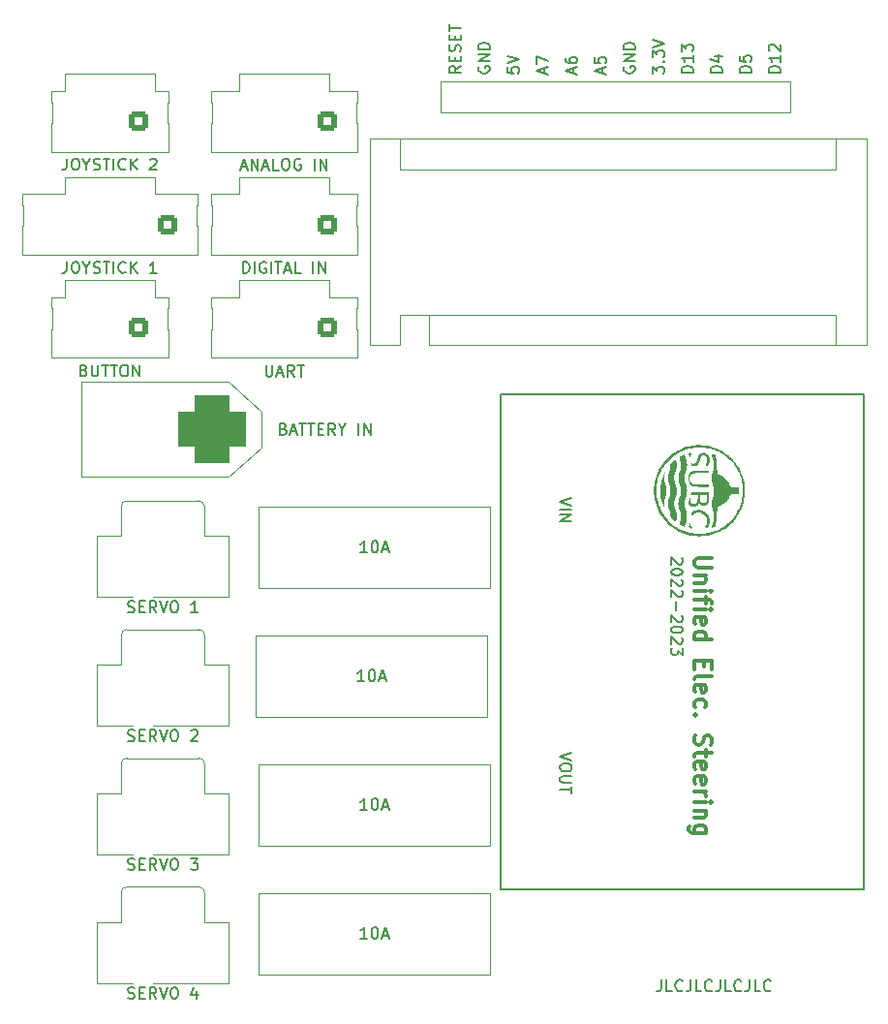
<source format=gto>
G04 #@! TF.GenerationSoftware,KiCad,Pcbnew,(6.0.8)*
G04 #@! TF.CreationDate,2022-10-29T14:17:15-07:00*
G04 #@! TF.ProjectId,unified_elec_steering,756e6966-6965-4645-9f65-6c65635f7374,A*
G04 #@! TF.SameCoordinates,Original*
G04 #@! TF.FileFunction,Legend,Top*
G04 #@! TF.FilePolarity,Positive*
%FSLAX46Y46*%
G04 Gerber Fmt 4.6, Leading zero omitted, Abs format (unit mm)*
G04 Created by KiCad (PCBNEW (6.0.8)) date 2022-10-29 14:17:15*
%MOMM*%
%LPD*%
G01*
G04 APERTURE LIST*
G04 Aperture macros list*
%AMRoundRect*
0 Rectangle with rounded corners*
0 $1 Rounding radius*
0 $2 $3 $4 $5 $6 $7 $8 $9 X,Y pos of 4 corners*
0 Add a 4 corners polygon primitive as box body*
4,1,4,$2,$3,$4,$5,$6,$7,$8,$9,$2,$3,0*
0 Add four circle primitives for the rounded corners*
1,1,$1+$1,$2,$3*
1,1,$1+$1,$4,$5*
1,1,$1+$1,$6,$7*
1,1,$1+$1,$8,$9*
0 Add four rect primitives between the rounded corners*
20,1,$1+$1,$2,$3,$4,$5,0*
20,1,$1+$1,$4,$5,$6,$7,0*
20,1,$1+$1,$6,$7,$8,$9,0*
20,1,$1+$1,$8,$9,$2,$3,0*%
G04 Aperture macros list end*
%ADD10C,0.150000*%
%ADD11C,0.300000*%
%ADD12C,0.120000*%
%ADD13C,0.127000*%
%ADD14RoundRect,1.500000X1.500000X1.500000X-1.500000X1.500000X-1.500000X-1.500000X1.500000X-1.500000X0*%
%ADD15C,6.000000*%
%ADD16C,1.700000*%
%ADD17O,1.700000X1.700000*%
%ADD18C,1.600000*%
%ADD19R,1.520000X1.520000*%
%ADD20C,1.520000*%
%ADD21C,2.235200*%
%ADD22RoundRect,0.250000X0.620000X0.620000X-0.620000X0.620000X-0.620000X-0.620000X0.620000X-0.620000X0*%
%ADD23C,1.740000*%
%ADD24C,6.400000*%
%ADD25C,2.180000*%
%ADD26C,3.196000*%
%ADD27R,3.196000X3.196000*%
%ADD28R,1.600000X1.600000*%
%ADD29O,1.600000X1.600000*%
G04 APERTURE END LIST*
D10*
X146724666Y-59783023D02*
X146724666Y-59306833D01*
X147010380Y-59878261D02*
X146010380Y-59544928D01*
X147010380Y-59211595D01*
X146010380Y-58449690D02*
X146010380Y-58640166D01*
X146058000Y-58735404D01*
X146105619Y-58783023D01*
X146248476Y-58878261D01*
X146438952Y-58925880D01*
X146819904Y-58925880D01*
X146915142Y-58878261D01*
X146962761Y-58830642D01*
X147010380Y-58735404D01*
X147010380Y-58544928D01*
X146962761Y-58449690D01*
X146915142Y-58402071D01*
X146819904Y-58354452D01*
X146581809Y-58354452D01*
X146486571Y-58402071D01*
X146438952Y-58449690D01*
X146391333Y-58544928D01*
X146391333Y-58735404D01*
X146438952Y-58830642D01*
X146486571Y-58878261D01*
X146581809Y-58925880D01*
X151138000Y-59211595D02*
X151090380Y-59306833D01*
X151090380Y-59449690D01*
X151138000Y-59592547D01*
X151233238Y-59687785D01*
X151328476Y-59735404D01*
X151518952Y-59783023D01*
X151661809Y-59783023D01*
X151852285Y-59735404D01*
X151947523Y-59687785D01*
X152042761Y-59592547D01*
X152090380Y-59449690D01*
X152090380Y-59354452D01*
X152042761Y-59211595D01*
X151995142Y-59163976D01*
X151661809Y-59163976D01*
X151661809Y-59354452D01*
X152090380Y-58735404D02*
X151090380Y-58735404D01*
X152090380Y-58163976D01*
X151090380Y-58163976D01*
X152090380Y-57687785D02*
X151090380Y-57687785D01*
X151090380Y-57449690D01*
X151138000Y-57306833D01*
X151233238Y-57211595D01*
X151328476Y-57163976D01*
X151518952Y-57116357D01*
X151661809Y-57116357D01*
X151852285Y-57163976D01*
X151947523Y-57211595D01*
X152042761Y-57306833D01*
X152090380Y-57449690D01*
X152090380Y-57687785D01*
X156154380Y-102133504D02*
X156202000Y-102181123D01*
X156249619Y-102276361D01*
X156249619Y-102514456D01*
X156202000Y-102609694D01*
X156154380Y-102657313D01*
X156059142Y-102704932D01*
X155963904Y-102704932D01*
X155821047Y-102657313D01*
X155249619Y-102085885D01*
X155249619Y-102704932D01*
X156249619Y-103323980D02*
X156249619Y-103419218D01*
X156202000Y-103514456D01*
X156154380Y-103562075D01*
X156059142Y-103609694D01*
X155868666Y-103657313D01*
X155630571Y-103657313D01*
X155440095Y-103609694D01*
X155344857Y-103562075D01*
X155297238Y-103514456D01*
X155249619Y-103419218D01*
X155249619Y-103323980D01*
X155297238Y-103228742D01*
X155344857Y-103181123D01*
X155440095Y-103133504D01*
X155630571Y-103085885D01*
X155868666Y-103085885D01*
X156059142Y-103133504D01*
X156154380Y-103181123D01*
X156202000Y-103228742D01*
X156249619Y-103323980D01*
X156154380Y-104038266D02*
X156202000Y-104085885D01*
X156249619Y-104181123D01*
X156249619Y-104419218D01*
X156202000Y-104514456D01*
X156154380Y-104562075D01*
X156059142Y-104609694D01*
X155963904Y-104609694D01*
X155821047Y-104562075D01*
X155249619Y-103990647D01*
X155249619Y-104609694D01*
X156154380Y-104990647D02*
X156202000Y-105038266D01*
X156249619Y-105133504D01*
X156249619Y-105371599D01*
X156202000Y-105466837D01*
X156154380Y-105514456D01*
X156059142Y-105562075D01*
X155963904Y-105562075D01*
X155821047Y-105514456D01*
X155249619Y-104943028D01*
X155249619Y-105562075D01*
X155630571Y-105990647D02*
X155630571Y-106752551D01*
X156154380Y-107181123D02*
X156202000Y-107228742D01*
X156249619Y-107323980D01*
X156249619Y-107562075D01*
X156202000Y-107657313D01*
X156154380Y-107704932D01*
X156059142Y-107752551D01*
X155963904Y-107752551D01*
X155821047Y-107704932D01*
X155249619Y-107133504D01*
X155249619Y-107752551D01*
X156249619Y-108371599D02*
X156249619Y-108466837D01*
X156202000Y-108562075D01*
X156154380Y-108609694D01*
X156059142Y-108657313D01*
X155868666Y-108704932D01*
X155630571Y-108704932D01*
X155440095Y-108657313D01*
X155344857Y-108609694D01*
X155297238Y-108562075D01*
X155249619Y-108466837D01*
X155249619Y-108371599D01*
X155297238Y-108276361D01*
X155344857Y-108228742D01*
X155440095Y-108181123D01*
X155630571Y-108133504D01*
X155868666Y-108133504D01*
X156059142Y-108181123D01*
X156154380Y-108228742D01*
X156202000Y-108276361D01*
X156249619Y-108371599D01*
X156154380Y-109085885D02*
X156202000Y-109133504D01*
X156249619Y-109228742D01*
X156249619Y-109466837D01*
X156202000Y-109562075D01*
X156154380Y-109609694D01*
X156059142Y-109657313D01*
X155963904Y-109657313D01*
X155821047Y-109609694D01*
X155249619Y-109038266D01*
X155249619Y-109657313D01*
X156249619Y-109990647D02*
X156249619Y-110609694D01*
X155868666Y-110276361D01*
X155868666Y-110419218D01*
X155821047Y-110514456D01*
X155773428Y-110562075D01*
X155678190Y-110609694D01*
X155440095Y-110609694D01*
X155344857Y-110562075D01*
X155297238Y-110514456D01*
X155249619Y-110419218D01*
X155249619Y-110133504D01*
X155297238Y-110038266D01*
X155344857Y-109990647D01*
X102410095Y-67242380D02*
X102410095Y-67956666D01*
X102362476Y-68099523D01*
X102267238Y-68194761D01*
X102124380Y-68242380D01*
X102029142Y-68242380D01*
X103076761Y-67242380D02*
X103267238Y-67242380D01*
X103362476Y-67290000D01*
X103457714Y-67385238D01*
X103505333Y-67575714D01*
X103505333Y-67909047D01*
X103457714Y-68099523D01*
X103362476Y-68194761D01*
X103267238Y-68242380D01*
X103076761Y-68242380D01*
X102981523Y-68194761D01*
X102886285Y-68099523D01*
X102838666Y-67909047D01*
X102838666Y-67575714D01*
X102886285Y-67385238D01*
X102981523Y-67290000D01*
X103076761Y-67242380D01*
X104124380Y-67766190D02*
X104124380Y-68242380D01*
X103791047Y-67242380D02*
X104124380Y-67766190D01*
X104457714Y-67242380D01*
X104743428Y-68194761D02*
X104886285Y-68242380D01*
X105124380Y-68242380D01*
X105219619Y-68194761D01*
X105267238Y-68147142D01*
X105314857Y-68051904D01*
X105314857Y-67956666D01*
X105267238Y-67861428D01*
X105219619Y-67813809D01*
X105124380Y-67766190D01*
X104933904Y-67718571D01*
X104838666Y-67670952D01*
X104791047Y-67623333D01*
X104743428Y-67528095D01*
X104743428Y-67432857D01*
X104791047Y-67337619D01*
X104838666Y-67290000D01*
X104933904Y-67242380D01*
X105172000Y-67242380D01*
X105314857Y-67290000D01*
X105600571Y-67242380D02*
X106172000Y-67242380D01*
X105886285Y-68242380D02*
X105886285Y-67242380D01*
X106505333Y-68242380D02*
X106505333Y-67242380D01*
X107552952Y-68147142D02*
X107505333Y-68194761D01*
X107362476Y-68242380D01*
X107267238Y-68242380D01*
X107124380Y-68194761D01*
X107029142Y-68099523D01*
X106981523Y-68004285D01*
X106933904Y-67813809D01*
X106933904Y-67670952D01*
X106981523Y-67480476D01*
X107029142Y-67385238D01*
X107124380Y-67290000D01*
X107267238Y-67242380D01*
X107362476Y-67242380D01*
X107505333Y-67290000D01*
X107552952Y-67337619D01*
X107981523Y-68242380D02*
X107981523Y-67242380D01*
X108552952Y-68242380D02*
X108124380Y-67670952D01*
X108552952Y-67242380D02*
X107981523Y-67813809D01*
X109695809Y-67337619D02*
X109743428Y-67290000D01*
X109838666Y-67242380D01*
X110076761Y-67242380D01*
X110172000Y-67290000D01*
X110219619Y-67337619D01*
X110267238Y-67432857D01*
X110267238Y-67528095D01*
X110219619Y-67670952D01*
X109648190Y-68242380D01*
X110267238Y-68242380D01*
D11*
X158809428Y-102143670D02*
X157595142Y-102143670D01*
X157452285Y-102215099D01*
X157380857Y-102286528D01*
X157309428Y-102429385D01*
X157309428Y-102715099D01*
X157380857Y-102857956D01*
X157452285Y-102929385D01*
X157595142Y-103000813D01*
X158809428Y-103000813D01*
X158309428Y-103715099D02*
X157309428Y-103715099D01*
X158166571Y-103715099D02*
X158238000Y-103786528D01*
X158309428Y-103929385D01*
X158309428Y-104143670D01*
X158238000Y-104286528D01*
X158095142Y-104357956D01*
X157309428Y-104357956D01*
X157309428Y-105072242D02*
X158309428Y-105072242D01*
X158809428Y-105072242D02*
X158738000Y-105000813D01*
X158666571Y-105072242D01*
X158738000Y-105143670D01*
X158809428Y-105072242D01*
X158666571Y-105072242D01*
X158309428Y-105572242D02*
X158309428Y-106143670D01*
X157309428Y-105786528D02*
X158595142Y-105786528D01*
X158738000Y-105857956D01*
X158809428Y-106000813D01*
X158809428Y-106143670D01*
X157309428Y-106643670D02*
X158309428Y-106643670D01*
X158809428Y-106643670D02*
X158738000Y-106572242D01*
X158666571Y-106643670D01*
X158738000Y-106715099D01*
X158809428Y-106643670D01*
X158666571Y-106643670D01*
X157380857Y-107929385D02*
X157309428Y-107786528D01*
X157309428Y-107500813D01*
X157380857Y-107357956D01*
X157523714Y-107286528D01*
X158095142Y-107286528D01*
X158238000Y-107357956D01*
X158309428Y-107500813D01*
X158309428Y-107786528D01*
X158238000Y-107929385D01*
X158095142Y-108000813D01*
X157952285Y-108000813D01*
X157809428Y-107286528D01*
X157309428Y-109286528D02*
X158809428Y-109286528D01*
X157380857Y-109286528D02*
X157309428Y-109143670D01*
X157309428Y-108857956D01*
X157380857Y-108715099D01*
X157452285Y-108643670D01*
X157595142Y-108572242D01*
X158023714Y-108572242D01*
X158166571Y-108643670D01*
X158238000Y-108715099D01*
X158309428Y-108857956D01*
X158309428Y-109143670D01*
X158238000Y-109286528D01*
X158095142Y-111143670D02*
X158095142Y-111643670D01*
X157309428Y-111857956D02*
X157309428Y-111143670D01*
X158809428Y-111143670D01*
X158809428Y-111857956D01*
X157309428Y-112715099D02*
X157380857Y-112572242D01*
X157523714Y-112500813D01*
X158809428Y-112500813D01*
X157380857Y-113857956D02*
X157309428Y-113715099D01*
X157309428Y-113429385D01*
X157380857Y-113286528D01*
X157523714Y-113215099D01*
X158095142Y-113215099D01*
X158238000Y-113286528D01*
X158309428Y-113429385D01*
X158309428Y-113715099D01*
X158238000Y-113857956D01*
X158095142Y-113929385D01*
X157952285Y-113929385D01*
X157809428Y-113215099D01*
X157380857Y-115215099D02*
X157309428Y-115072242D01*
X157309428Y-114786528D01*
X157380857Y-114643670D01*
X157452285Y-114572242D01*
X157595142Y-114500813D01*
X158023714Y-114500813D01*
X158166571Y-114572242D01*
X158238000Y-114643670D01*
X158309428Y-114786528D01*
X158309428Y-115072242D01*
X158238000Y-115215099D01*
X157452285Y-115857956D02*
X157380857Y-115929385D01*
X157309428Y-115857956D01*
X157380857Y-115786528D01*
X157452285Y-115857956D01*
X157309428Y-115857956D01*
X157380857Y-117643670D02*
X157309428Y-117857956D01*
X157309428Y-118215099D01*
X157380857Y-118357956D01*
X157452285Y-118429385D01*
X157595142Y-118500813D01*
X157738000Y-118500813D01*
X157880857Y-118429385D01*
X157952285Y-118357956D01*
X158023714Y-118215099D01*
X158095142Y-117929385D01*
X158166571Y-117786528D01*
X158238000Y-117715099D01*
X158380857Y-117643670D01*
X158523714Y-117643670D01*
X158666571Y-117715099D01*
X158738000Y-117786528D01*
X158809428Y-117929385D01*
X158809428Y-118286528D01*
X158738000Y-118500813D01*
X158309428Y-118929385D02*
X158309428Y-119500813D01*
X158809428Y-119143670D02*
X157523714Y-119143670D01*
X157380857Y-119215099D01*
X157309428Y-119357956D01*
X157309428Y-119500813D01*
X157380857Y-120572242D02*
X157309428Y-120429385D01*
X157309428Y-120143670D01*
X157380857Y-120000813D01*
X157523714Y-119929385D01*
X158095142Y-119929385D01*
X158238000Y-120000813D01*
X158309428Y-120143670D01*
X158309428Y-120429385D01*
X158238000Y-120572242D01*
X158095142Y-120643670D01*
X157952285Y-120643670D01*
X157809428Y-119929385D01*
X157380857Y-121857956D02*
X157309428Y-121715099D01*
X157309428Y-121429385D01*
X157380857Y-121286528D01*
X157523714Y-121215099D01*
X158095142Y-121215099D01*
X158238000Y-121286528D01*
X158309428Y-121429385D01*
X158309428Y-121715099D01*
X158238000Y-121857956D01*
X158095142Y-121929385D01*
X157952285Y-121929385D01*
X157809428Y-121215099D01*
X157309428Y-122572242D02*
X158309428Y-122572242D01*
X158023714Y-122572242D02*
X158166571Y-122643670D01*
X158238000Y-122715099D01*
X158309428Y-122857956D01*
X158309428Y-123000813D01*
X157309428Y-123500813D02*
X158309428Y-123500813D01*
X158809428Y-123500813D02*
X158738000Y-123429385D01*
X158666571Y-123500813D01*
X158738000Y-123572242D01*
X158809428Y-123500813D01*
X158666571Y-123500813D01*
X158309428Y-124215099D02*
X157309428Y-124215099D01*
X158166571Y-124215099D02*
X158238000Y-124286528D01*
X158309428Y-124429385D01*
X158309428Y-124643670D01*
X158238000Y-124786528D01*
X158095142Y-124857956D01*
X157309428Y-124857956D01*
X158309428Y-126215099D02*
X157095142Y-126215099D01*
X156952285Y-126143670D01*
X156880857Y-126072242D01*
X156809428Y-125929385D01*
X156809428Y-125715099D01*
X156880857Y-125572242D01*
X157380857Y-126215099D02*
X157309428Y-126072242D01*
X157309428Y-125786528D01*
X157380857Y-125643670D01*
X157452285Y-125572242D01*
X157595142Y-125500813D01*
X158023714Y-125500813D01*
X158166571Y-125572242D01*
X158238000Y-125643670D01*
X158309428Y-125786528D01*
X158309428Y-126072242D01*
X158238000Y-126215099D01*
D10*
X128666952Y-101671380D02*
X128095523Y-101671380D01*
X128381238Y-101671380D02*
X128381238Y-100671380D01*
X128286000Y-100814238D01*
X128190761Y-100909476D01*
X128095523Y-100957095D01*
X129286000Y-100671380D02*
X129381238Y-100671380D01*
X129476476Y-100719000D01*
X129524095Y-100766619D01*
X129571714Y-100861857D01*
X129619333Y-101052333D01*
X129619333Y-101290428D01*
X129571714Y-101480904D01*
X129524095Y-101576142D01*
X129476476Y-101623761D01*
X129381238Y-101671380D01*
X129286000Y-101671380D01*
X129190761Y-101623761D01*
X129143142Y-101576142D01*
X129095523Y-101480904D01*
X129047904Y-101290428D01*
X129047904Y-101052333D01*
X129095523Y-100861857D01*
X129143142Y-100766619D01*
X129190761Y-100719000D01*
X129286000Y-100671380D01*
X130000285Y-101385666D02*
X130476476Y-101385666D01*
X129905047Y-101671380D02*
X130238380Y-100671380D01*
X130571714Y-101671380D01*
X149264666Y-59783023D02*
X149264666Y-59306833D01*
X149550380Y-59878261D02*
X148550380Y-59544928D01*
X149550380Y-59211595D01*
X148550380Y-58402071D02*
X148550380Y-58878261D01*
X149026571Y-58925880D01*
X148978952Y-58878261D01*
X148931333Y-58783023D01*
X148931333Y-58544928D01*
X148978952Y-58449690D01*
X149026571Y-58402071D01*
X149121809Y-58354452D01*
X149359904Y-58354452D01*
X149455142Y-58402071D01*
X149502761Y-58449690D01*
X149550380Y-58544928D01*
X149550380Y-58783023D01*
X149502761Y-58878261D01*
X149455142Y-58925880D01*
X138438000Y-59211595D02*
X138390380Y-59306833D01*
X138390380Y-59449690D01*
X138438000Y-59592547D01*
X138533238Y-59687785D01*
X138628476Y-59735404D01*
X138818952Y-59783023D01*
X138961809Y-59783023D01*
X139152285Y-59735404D01*
X139247523Y-59687785D01*
X139342761Y-59592547D01*
X139390380Y-59449690D01*
X139390380Y-59354452D01*
X139342761Y-59211595D01*
X139295142Y-59163976D01*
X138961809Y-59163976D01*
X138961809Y-59354452D01*
X139390380Y-58735404D02*
X138390380Y-58735404D01*
X139390380Y-58163976D01*
X138390380Y-58163976D01*
X139390380Y-57687785D02*
X138390380Y-57687785D01*
X138390380Y-57449690D01*
X138438000Y-57306833D01*
X138533238Y-57211595D01*
X138628476Y-57163976D01*
X138818952Y-57116357D01*
X138961809Y-57116357D01*
X139152285Y-57163976D01*
X139247523Y-57211595D01*
X139342761Y-57306833D01*
X139390380Y-57449690D01*
X139390380Y-57687785D01*
X164790380Y-59735404D02*
X163790380Y-59735404D01*
X163790380Y-59497309D01*
X163838000Y-59354452D01*
X163933238Y-59259214D01*
X164028476Y-59211595D01*
X164218952Y-59163976D01*
X164361809Y-59163976D01*
X164552285Y-59211595D01*
X164647523Y-59259214D01*
X164742761Y-59354452D01*
X164790380Y-59497309D01*
X164790380Y-59735404D01*
X164790380Y-58211595D02*
X164790380Y-58783023D01*
X164790380Y-58497309D02*
X163790380Y-58497309D01*
X163933238Y-58592547D01*
X164028476Y-58687785D01*
X164076095Y-58783023D01*
X163885619Y-57830642D02*
X163838000Y-57783023D01*
X163790380Y-57687785D01*
X163790380Y-57449690D01*
X163838000Y-57354452D01*
X163885619Y-57306833D01*
X163980857Y-57259214D01*
X164076095Y-57259214D01*
X164218952Y-57306833D01*
X164790380Y-57878261D01*
X164790380Y-57259214D01*
X157170380Y-59735404D02*
X156170380Y-59735404D01*
X156170380Y-59497309D01*
X156218000Y-59354452D01*
X156313238Y-59259214D01*
X156408476Y-59211595D01*
X156598952Y-59163976D01*
X156741809Y-59163976D01*
X156932285Y-59211595D01*
X157027523Y-59259214D01*
X157122761Y-59354452D01*
X157170380Y-59497309D01*
X157170380Y-59735404D01*
X157170380Y-58211595D02*
X157170380Y-58783023D01*
X157170380Y-58497309D02*
X156170380Y-58497309D01*
X156313238Y-58592547D01*
X156408476Y-58687785D01*
X156456095Y-58783023D01*
X156170380Y-57878261D02*
X156170380Y-57259214D01*
X156551333Y-57592547D01*
X156551333Y-57449690D01*
X156598952Y-57354452D01*
X156646571Y-57306833D01*
X156741809Y-57259214D01*
X156979904Y-57259214D01*
X157075142Y-57306833D01*
X157122761Y-57354452D01*
X157170380Y-57449690D01*
X157170380Y-57735404D01*
X157122761Y-57830642D01*
X157075142Y-57878261D01*
X107767367Y-118123761D02*
X107910225Y-118171380D01*
X108148320Y-118171380D01*
X108243558Y-118123761D01*
X108291177Y-118076142D01*
X108338796Y-117980904D01*
X108338796Y-117885666D01*
X108291177Y-117790428D01*
X108243558Y-117742809D01*
X108148320Y-117695190D01*
X107957844Y-117647571D01*
X107862606Y-117599952D01*
X107814987Y-117552333D01*
X107767367Y-117457095D01*
X107767367Y-117361857D01*
X107814987Y-117266619D01*
X107862606Y-117219000D01*
X107957844Y-117171380D01*
X108195939Y-117171380D01*
X108338796Y-117219000D01*
X108767367Y-117647571D02*
X109100701Y-117647571D01*
X109243558Y-118171380D02*
X108767367Y-118171380D01*
X108767367Y-117171380D01*
X109243558Y-117171380D01*
X110243558Y-118171380D02*
X109910225Y-117695190D01*
X109672129Y-118171380D02*
X109672129Y-117171380D01*
X110053082Y-117171380D01*
X110148320Y-117219000D01*
X110195939Y-117266619D01*
X110243558Y-117361857D01*
X110243558Y-117504714D01*
X110195939Y-117599952D01*
X110148320Y-117647571D01*
X110053082Y-117695190D01*
X109672129Y-117695190D01*
X110529272Y-117171380D02*
X110862606Y-118171380D01*
X111195939Y-117171380D01*
X111719748Y-117171380D02*
X111910225Y-117171380D01*
X112005463Y-117219000D01*
X112100701Y-117314238D01*
X112148320Y-117504714D01*
X112148320Y-117838047D01*
X112100701Y-118028523D01*
X112005463Y-118123761D01*
X111910225Y-118171380D01*
X111719748Y-118171380D01*
X111624510Y-118123761D01*
X111529272Y-118028523D01*
X111481653Y-117838047D01*
X111481653Y-117504714D01*
X111529272Y-117314238D01*
X111624510Y-117219000D01*
X111719748Y-117171380D01*
X113291177Y-117266619D02*
X113338796Y-117219000D01*
X113434034Y-117171380D01*
X113672129Y-117171380D01*
X113767367Y-117219000D01*
X113814987Y-117266619D01*
X113862606Y-117361857D01*
X113862606Y-117457095D01*
X113814987Y-117599952D01*
X113243558Y-118171380D01*
X113862606Y-118171380D01*
X121357142Y-90860571D02*
X121500000Y-90908190D01*
X121547619Y-90955809D01*
X121595238Y-91051047D01*
X121595238Y-91193904D01*
X121547619Y-91289142D01*
X121500000Y-91336761D01*
X121404761Y-91384380D01*
X121023809Y-91384380D01*
X121023809Y-90384380D01*
X121357142Y-90384380D01*
X121452380Y-90432000D01*
X121500000Y-90479619D01*
X121547619Y-90574857D01*
X121547619Y-90670095D01*
X121500000Y-90765333D01*
X121452380Y-90812952D01*
X121357142Y-90860571D01*
X121023809Y-90860571D01*
X121976190Y-91098666D02*
X122452380Y-91098666D01*
X121880952Y-91384380D02*
X122214285Y-90384380D01*
X122547619Y-91384380D01*
X122738095Y-90384380D02*
X123309523Y-90384380D01*
X123023809Y-91384380D02*
X123023809Y-90384380D01*
X123500000Y-90384380D02*
X124071428Y-90384380D01*
X123785714Y-91384380D02*
X123785714Y-90384380D01*
X124404761Y-90860571D02*
X124738095Y-90860571D01*
X124880952Y-91384380D02*
X124404761Y-91384380D01*
X124404761Y-90384380D01*
X124880952Y-90384380D01*
X125880952Y-91384380D02*
X125547619Y-90908190D01*
X125309523Y-91384380D02*
X125309523Y-90384380D01*
X125690476Y-90384380D01*
X125785714Y-90432000D01*
X125833333Y-90479619D01*
X125880952Y-90574857D01*
X125880952Y-90717714D01*
X125833333Y-90812952D01*
X125785714Y-90860571D01*
X125690476Y-90908190D01*
X125309523Y-90908190D01*
X126500000Y-90908190D02*
X126500000Y-91384380D01*
X126166666Y-90384380D02*
X126500000Y-90908190D01*
X126833333Y-90384380D01*
X127928571Y-91384380D02*
X127928571Y-90384380D01*
X128404761Y-91384380D02*
X128404761Y-90384380D01*
X128976190Y-91384380D01*
X128976190Y-90384380D01*
X154380952Y-139025380D02*
X154380952Y-139739666D01*
X154333333Y-139882523D01*
X154238095Y-139977761D01*
X154095238Y-140025380D01*
X154000000Y-140025380D01*
X155333333Y-140025380D02*
X154857142Y-140025380D01*
X154857142Y-139025380D01*
X156238095Y-139930142D02*
X156190476Y-139977761D01*
X156047619Y-140025380D01*
X155952380Y-140025380D01*
X155809523Y-139977761D01*
X155714285Y-139882523D01*
X155666666Y-139787285D01*
X155619047Y-139596809D01*
X155619047Y-139453952D01*
X155666666Y-139263476D01*
X155714285Y-139168238D01*
X155809523Y-139073000D01*
X155952380Y-139025380D01*
X156047619Y-139025380D01*
X156190476Y-139073000D01*
X156238095Y-139120619D01*
X156952380Y-139025380D02*
X156952380Y-139739666D01*
X156904761Y-139882523D01*
X156809523Y-139977761D01*
X156666666Y-140025380D01*
X156571428Y-140025380D01*
X157904761Y-140025380D02*
X157428571Y-140025380D01*
X157428571Y-139025380D01*
X158809523Y-139930142D02*
X158761904Y-139977761D01*
X158619047Y-140025380D01*
X158523809Y-140025380D01*
X158380952Y-139977761D01*
X158285714Y-139882523D01*
X158238095Y-139787285D01*
X158190476Y-139596809D01*
X158190476Y-139453952D01*
X158238095Y-139263476D01*
X158285714Y-139168238D01*
X158380952Y-139073000D01*
X158523809Y-139025380D01*
X158619047Y-139025380D01*
X158761904Y-139073000D01*
X158809523Y-139120619D01*
X159523809Y-139025380D02*
X159523809Y-139739666D01*
X159476190Y-139882523D01*
X159380952Y-139977761D01*
X159238095Y-140025380D01*
X159142857Y-140025380D01*
X160476190Y-140025380D02*
X160000000Y-140025380D01*
X160000000Y-139025380D01*
X161380952Y-139930142D02*
X161333333Y-139977761D01*
X161190476Y-140025380D01*
X161095238Y-140025380D01*
X160952380Y-139977761D01*
X160857142Y-139882523D01*
X160809523Y-139787285D01*
X160761904Y-139596809D01*
X160761904Y-139453952D01*
X160809523Y-139263476D01*
X160857142Y-139168238D01*
X160952380Y-139073000D01*
X161095238Y-139025380D01*
X161190476Y-139025380D01*
X161333333Y-139073000D01*
X161380952Y-139120619D01*
X162095238Y-139025380D02*
X162095238Y-139739666D01*
X162047619Y-139882523D01*
X161952380Y-139977761D01*
X161809523Y-140025380D01*
X161714285Y-140025380D01*
X163047619Y-140025380D02*
X162571428Y-140025380D01*
X162571428Y-139025380D01*
X163952380Y-139930142D02*
X163904761Y-139977761D01*
X163761904Y-140025380D01*
X163666666Y-140025380D01*
X163523809Y-139977761D01*
X163428571Y-139882523D01*
X163380952Y-139787285D01*
X163333333Y-139596809D01*
X163333333Y-139453952D01*
X163380952Y-139263476D01*
X163428571Y-139168238D01*
X163523809Y-139073000D01*
X163666666Y-139025380D01*
X163761904Y-139025380D01*
X163904761Y-139073000D01*
X163952380Y-139120619D01*
X107767367Y-106873761D02*
X107910225Y-106921380D01*
X108148320Y-106921380D01*
X108243558Y-106873761D01*
X108291177Y-106826142D01*
X108338796Y-106730904D01*
X108338796Y-106635666D01*
X108291177Y-106540428D01*
X108243558Y-106492809D01*
X108148320Y-106445190D01*
X107957844Y-106397571D01*
X107862606Y-106349952D01*
X107814987Y-106302333D01*
X107767367Y-106207095D01*
X107767367Y-106111857D01*
X107814987Y-106016619D01*
X107862606Y-105969000D01*
X107957844Y-105921380D01*
X108195939Y-105921380D01*
X108338796Y-105969000D01*
X108767367Y-106397571D02*
X109100701Y-106397571D01*
X109243558Y-106921380D02*
X108767367Y-106921380D01*
X108767367Y-105921380D01*
X109243558Y-105921380D01*
X110243558Y-106921380D02*
X109910225Y-106445190D01*
X109672129Y-106921380D02*
X109672129Y-105921380D01*
X110053082Y-105921380D01*
X110148320Y-105969000D01*
X110195939Y-106016619D01*
X110243558Y-106111857D01*
X110243558Y-106254714D01*
X110195939Y-106349952D01*
X110148320Y-106397571D01*
X110053082Y-106445190D01*
X109672129Y-106445190D01*
X110529272Y-105921380D02*
X110862606Y-106921380D01*
X111195939Y-105921380D01*
X111719748Y-105921380D02*
X111910225Y-105921380D01*
X112005463Y-105969000D01*
X112100701Y-106064238D01*
X112148320Y-106254714D01*
X112148320Y-106588047D01*
X112100701Y-106778523D01*
X112005463Y-106873761D01*
X111910225Y-106921380D01*
X111719748Y-106921380D01*
X111624510Y-106873761D01*
X111529272Y-106778523D01*
X111481653Y-106588047D01*
X111481653Y-106254714D01*
X111529272Y-106064238D01*
X111624510Y-105969000D01*
X111719748Y-105921380D01*
X113862606Y-106921380D02*
X113291177Y-106921380D01*
X113576891Y-106921380D02*
X113576891Y-105921380D01*
X113481653Y-106064238D01*
X113386415Y-106159476D01*
X113291177Y-106207095D01*
X103910095Y-85752571D02*
X104052952Y-85800190D01*
X104100571Y-85847809D01*
X104148190Y-85943047D01*
X104148190Y-86085904D01*
X104100571Y-86181142D01*
X104052952Y-86228761D01*
X103957714Y-86276380D01*
X103576761Y-86276380D01*
X103576761Y-85276380D01*
X103910095Y-85276380D01*
X104005333Y-85324000D01*
X104052952Y-85371619D01*
X104100571Y-85466857D01*
X104100571Y-85562095D01*
X104052952Y-85657333D01*
X104005333Y-85704952D01*
X103910095Y-85752571D01*
X103576761Y-85752571D01*
X104576761Y-85276380D02*
X104576761Y-86085904D01*
X104624380Y-86181142D01*
X104672000Y-86228761D01*
X104767238Y-86276380D01*
X104957714Y-86276380D01*
X105052952Y-86228761D01*
X105100571Y-86181142D01*
X105148190Y-86085904D01*
X105148190Y-85276380D01*
X105481523Y-85276380D02*
X106052952Y-85276380D01*
X105767238Y-86276380D02*
X105767238Y-85276380D01*
X106243428Y-85276380D02*
X106814857Y-85276380D01*
X106529142Y-86276380D02*
X106529142Y-85276380D01*
X107338666Y-85276380D02*
X107529142Y-85276380D01*
X107624380Y-85324000D01*
X107719619Y-85419238D01*
X107767238Y-85609714D01*
X107767238Y-85943047D01*
X107719619Y-86133523D01*
X107624380Y-86228761D01*
X107529142Y-86276380D01*
X107338666Y-86276380D01*
X107243428Y-86228761D01*
X107148190Y-86133523D01*
X107100571Y-85943047D01*
X107100571Y-85609714D01*
X107148190Y-85419238D01*
X107243428Y-85324000D01*
X107338666Y-85276380D01*
X108195809Y-86276380D02*
X108195809Y-85276380D01*
X108767238Y-86276380D01*
X108767238Y-85276380D01*
X117650095Y-67962666D02*
X118126285Y-67962666D01*
X117554857Y-68248380D02*
X117888190Y-67248380D01*
X118221523Y-68248380D01*
X118554857Y-68248380D02*
X118554857Y-67248380D01*
X119126285Y-68248380D01*
X119126285Y-67248380D01*
X119554857Y-67962666D02*
X120031047Y-67962666D01*
X119459619Y-68248380D02*
X119792952Y-67248380D01*
X120126285Y-68248380D01*
X120935809Y-68248380D02*
X120459619Y-68248380D01*
X120459619Y-67248380D01*
X121459619Y-67248380D02*
X121650095Y-67248380D01*
X121745333Y-67296000D01*
X121840571Y-67391238D01*
X121888190Y-67581714D01*
X121888190Y-67915047D01*
X121840571Y-68105523D01*
X121745333Y-68200761D01*
X121650095Y-68248380D01*
X121459619Y-68248380D01*
X121364380Y-68200761D01*
X121269142Y-68105523D01*
X121221523Y-67915047D01*
X121221523Y-67581714D01*
X121269142Y-67391238D01*
X121364380Y-67296000D01*
X121459619Y-67248380D01*
X122840571Y-67296000D02*
X122745333Y-67248380D01*
X122602476Y-67248380D01*
X122459619Y-67296000D01*
X122364380Y-67391238D01*
X122316761Y-67486476D01*
X122269142Y-67676952D01*
X122269142Y-67819809D01*
X122316761Y-68010285D01*
X122364380Y-68105523D01*
X122459619Y-68200761D01*
X122602476Y-68248380D01*
X122697714Y-68248380D01*
X122840571Y-68200761D01*
X122888190Y-68153142D01*
X122888190Y-67819809D01*
X122697714Y-67819809D01*
X124078666Y-68248380D02*
X124078666Y-67248380D01*
X124554857Y-68248380D02*
X124554857Y-67248380D01*
X125126285Y-68248380D01*
X125126285Y-67248380D01*
X146547619Y-96902997D02*
X145547619Y-97236331D01*
X146547619Y-97569664D01*
X145547619Y-97902997D02*
X146547619Y-97902997D01*
X145547619Y-98379188D02*
X146547619Y-98379188D01*
X145547619Y-98950616D01*
X146547619Y-98950616D01*
X128666952Y-135421380D02*
X128095523Y-135421380D01*
X128381238Y-135421380D02*
X128381238Y-134421380D01*
X128286000Y-134564238D01*
X128190761Y-134659476D01*
X128095523Y-134707095D01*
X129286000Y-134421380D02*
X129381238Y-134421380D01*
X129476476Y-134469000D01*
X129524095Y-134516619D01*
X129571714Y-134611857D01*
X129619333Y-134802333D01*
X129619333Y-135040428D01*
X129571714Y-135230904D01*
X129524095Y-135326142D01*
X129476476Y-135373761D01*
X129381238Y-135421380D01*
X129286000Y-135421380D01*
X129190761Y-135373761D01*
X129143142Y-135326142D01*
X129095523Y-135230904D01*
X129047904Y-135040428D01*
X129047904Y-134802333D01*
X129095523Y-134611857D01*
X129143142Y-134516619D01*
X129190761Y-134469000D01*
X129286000Y-134421380D01*
X130000285Y-135135666D02*
X130476476Y-135135666D01*
X129905047Y-135421380D02*
X130238380Y-134421380D01*
X130571714Y-135421380D01*
X159710380Y-59735404D02*
X158710380Y-59735404D01*
X158710380Y-59497309D01*
X158758000Y-59354452D01*
X158853238Y-59259214D01*
X158948476Y-59211595D01*
X159138952Y-59163976D01*
X159281809Y-59163976D01*
X159472285Y-59211595D01*
X159567523Y-59259214D01*
X159662761Y-59354452D01*
X159710380Y-59497309D01*
X159710380Y-59735404D01*
X159043714Y-58306833D02*
X159710380Y-58306833D01*
X158662761Y-58544928D02*
X159377047Y-58783023D01*
X159377047Y-58163976D01*
X136850380Y-59163976D02*
X136374190Y-59497309D01*
X136850380Y-59735404D02*
X135850380Y-59735404D01*
X135850380Y-59354452D01*
X135898000Y-59259214D01*
X135945619Y-59211595D01*
X136040857Y-59163976D01*
X136183714Y-59163976D01*
X136278952Y-59211595D01*
X136326571Y-59259214D01*
X136374190Y-59354452D01*
X136374190Y-59735404D01*
X136326571Y-58735404D02*
X136326571Y-58402071D01*
X136850380Y-58259214D02*
X136850380Y-58735404D01*
X135850380Y-58735404D01*
X135850380Y-58259214D01*
X136802761Y-57878261D02*
X136850380Y-57735404D01*
X136850380Y-57497309D01*
X136802761Y-57402071D01*
X136755142Y-57354452D01*
X136659904Y-57306833D01*
X136564666Y-57306833D01*
X136469428Y-57354452D01*
X136421809Y-57402071D01*
X136374190Y-57497309D01*
X136326571Y-57687785D01*
X136278952Y-57783023D01*
X136231333Y-57830642D01*
X136136095Y-57878261D01*
X136040857Y-57878261D01*
X135945619Y-57830642D01*
X135898000Y-57783023D01*
X135850380Y-57687785D01*
X135850380Y-57449690D01*
X135898000Y-57306833D01*
X136326571Y-56878261D02*
X136326571Y-56544928D01*
X136850380Y-56402071D02*
X136850380Y-56878261D01*
X135850380Y-56878261D01*
X135850380Y-56402071D01*
X135850380Y-56116357D02*
X135850380Y-55544928D01*
X136850380Y-55830642D02*
X135850380Y-55830642D01*
X107767367Y-129373761D02*
X107910225Y-129421380D01*
X108148320Y-129421380D01*
X108243558Y-129373761D01*
X108291177Y-129326142D01*
X108338796Y-129230904D01*
X108338796Y-129135666D01*
X108291177Y-129040428D01*
X108243558Y-128992809D01*
X108148320Y-128945190D01*
X107957844Y-128897571D01*
X107862606Y-128849952D01*
X107814987Y-128802333D01*
X107767367Y-128707095D01*
X107767367Y-128611857D01*
X107814987Y-128516619D01*
X107862606Y-128469000D01*
X107957844Y-128421380D01*
X108195939Y-128421380D01*
X108338796Y-128469000D01*
X108767367Y-128897571D02*
X109100701Y-128897571D01*
X109243558Y-129421380D02*
X108767367Y-129421380D01*
X108767367Y-128421380D01*
X109243558Y-128421380D01*
X110243558Y-129421380D02*
X109910225Y-128945190D01*
X109672129Y-129421380D02*
X109672129Y-128421380D01*
X110053082Y-128421380D01*
X110148320Y-128469000D01*
X110195939Y-128516619D01*
X110243558Y-128611857D01*
X110243558Y-128754714D01*
X110195939Y-128849952D01*
X110148320Y-128897571D01*
X110053082Y-128945190D01*
X109672129Y-128945190D01*
X110529272Y-128421380D02*
X110862606Y-129421380D01*
X111195939Y-128421380D01*
X111719748Y-128421380D02*
X111910225Y-128421380D01*
X112005463Y-128469000D01*
X112100701Y-128564238D01*
X112148320Y-128754714D01*
X112148320Y-129088047D01*
X112100701Y-129278523D01*
X112005463Y-129373761D01*
X111910225Y-129421380D01*
X111719748Y-129421380D01*
X111624510Y-129373761D01*
X111529272Y-129278523D01*
X111481653Y-129088047D01*
X111481653Y-128754714D01*
X111529272Y-128564238D01*
X111624510Y-128469000D01*
X111719748Y-128421380D01*
X113243558Y-128421380D02*
X113862606Y-128421380D01*
X113529272Y-128802333D01*
X113672129Y-128802333D01*
X113767367Y-128849952D01*
X113814987Y-128897571D01*
X113862606Y-128992809D01*
X113862606Y-129230904D01*
X113814987Y-129326142D01*
X113767367Y-129373761D01*
X113672129Y-129421380D01*
X113386415Y-129421380D01*
X113291177Y-129373761D01*
X113243558Y-129326142D01*
X117816761Y-77265380D02*
X117816761Y-76265380D01*
X118054857Y-76265380D01*
X118197714Y-76313000D01*
X118292952Y-76408238D01*
X118340571Y-76503476D01*
X118388190Y-76693952D01*
X118388190Y-76836809D01*
X118340571Y-77027285D01*
X118292952Y-77122523D01*
X118197714Y-77217761D01*
X118054857Y-77265380D01*
X117816761Y-77265380D01*
X118816761Y-77265380D02*
X118816761Y-76265380D01*
X119816761Y-76313000D02*
X119721523Y-76265380D01*
X119578666Y-76265380D01*
X119435809Y-76313000D01*
X119340571Y-76408238D01*
X119292952Y-76503476D01*
X119245333Y-76693952D01*
X119245333Y-76836809D01*
X119292952Y-77027285D01*
X119340571Y-77122523D01*
X119435809Y-77217761D01*
X119578666Y-77265380D01*
X119673904Y-77265380D01*
X119816761Y-77217761D01*
X119864380Y-77170142D01*
X119864380Y-76836809D01*
X119673904Y-76836809D01*
X120292952Y-77265380D02*
X120292952Y-76265380D01*
X120626285Y-76265380D02*
X121197714Y-76265380D01*
X120912000Y-77265380D02*
X120912000Y-76265380D01*
X121483428Y-76979666D02*
X121959619Y-76979666D01*
X121388190Y-77265380D02*
X121721523Y-76265380D01*
X122054857Y-77265380D01*
X122864380Y-77265380D02*
X122388190Y-77265380D01*
X122388190Y-76265380D01*
X123959619Y-77265380D02*
X123959619Y-76265380D01*
X124435809Y-77265380D02*
X124435809Y-76265380D01*
X125007238Y-77265380D01*
X125007238Y-76265380D01*
X144184666Y-59783023D02*
X144184666Y-59306833D01*
X144470380Y-59878261D02*
X143470380Y-59544928D01*
X144470380Y-59211595D01*
X143470380Y-58973500D02*
X143470380Y-58306833D01*
X144470380Y-58735404D01*
X128666952Y-124171380D02*
X128095523Y-124171380D01*
X128381238Y-124171380D02*
X128381238Y-123171380D01*
X128286000Y-123314238D01*
X128190761Y-123409476D01*
X128095523Y-123457095D01*
X129286000Y-123171380D02*
X129381238Y-123171380D01*
X129476476Y-123219000D01*
X129524095Y-123266619D01*
X129571714Y-123361857D01*
X129619333Y-123552333D01*
X129619333Y-123790428D01*
X129571714Y-123980904D01*
X129524095Y-124076142D01*
X129476476Y-124123761D01*
X129381238Y-124171380D01*
X129286000Y-124171380D01*
X129190761Y-124123761D01*
X129143142Y-124076142D01*
X129095523Y-123980904D01*
X129047904Y-123790428D01*
X129047904Y-123552333D01*
X129095523Y-123361857D01*
X129143142Y-123266619D01*
X129190761Y-123219000D01*
X129286000Y-123171380D01*
X130000285Y-123885666D02*
X130476476Y-123885666D01*
X129905047Y-124171380D02*
X130238380Y-123171380D01*
X130571714Y-124171380D01*
X128412952Y-112921380D02*
X127841523Y-112921380D01*
X128127238Y-112921380D02*
X128127238Y-111921380D01*
X128032000Y-112064238D01*
X127936761Y-112159476D01*
X127841523Y-112207095D01*
X129032000Y-111921380D02*
X129127238Y-111921380D01*
X129222476Y-111969000D01*
X129270095Y-112016619D01*
X129317714Y-112111857D01*
X129365333Y-112302333D01*
X129365333Y-112540428D01*
X129317714Y-112730904D01*
X129270095Y-112826142D01*
X129222476Y-112873761D01*
X129127238Y-112921380D01*
X129032000Y-112921380D01*
X128936761Y-112873761D01*
X128889142Y-112826142D01*
X128841523Y-112730904D01*
X128793904Y-112540428D01*
X128793904Y-112302333D01*
X128841523Y-112111857D01*
X128889142Y-112016619D01*
X128936761Y-111969000D01*
X129032000Y-111921380D01*
X129746285Y-112635666D02*
X130222476Y-112635666D01*
X129651047Y-112921380D02*
X129984380Y-111921380D01*
X130317714Y-112921380D01*
X107767367Y-140623761D02*
X107910225Y-140671380D01*
X108148320Y-140671380D01*
X108243558Y-140623761D01*
X108291177Y-140576142D01*
X108338796Y-140480904D01*
X108338796Y-140385666D01*
X108291177Y-140290428D01*
X108243558Y-140242809D01*
X108148320Y-140195190D01*
X107957844Y-140147571D01*
X107862606Y-140099952D01*
X107814987Y-140052333D01*
X107767367Y-139957095D01*
X107767367Y-139861857D01*
X107814987Y-139766619D01*
X107862606Y-139719000D01*
X107957844Y-139671380D01*
X108195939Y-139671380D01*
X108338796Y-139719000D01*
X108767367Y-140147571D02*
X109100701Y-140147571D01*
X109243558Y-140671380D02*
X108767367Y-140671380D01*
X108767367Y-139671380D01*
X109243558Y-139671380D01*
X110243558Y-140671380D02*
X109910225Y-140195190D01*
X109672129Y-140671380D02*
X109672129Y-139671380D01*
X110053082Y-139671380D01*
X110148320Y-139719000D01*
X110195939Y-139766619D01*
X110243558Y-139861857D01*
X110243558Y-140004714D01*
X110195939Y-140099952D01*
X110148320Y-140147571D01*
X110053082Y-140195190D01*
X109672129Y-140195190D01*
X110529272Y-139671380D02*
X110862606Y-140671380D01*
X111195939Y-139671380D01*
X111719748Y-139671380D02*
X111910225Y-139671380D01*
X112005463Y-139719000D01*
X112100701Y-139814238D01*
X112148320Y-140004714D01*
X112148320Y-140338047D01*
X112100701Y-140528523D01*
X112005463Y-140623761D01*
X111910225Y-140671380D01*
X111719748Y-140671380D01*
X111624510Y-140623761D01*
X111529272Y-140528523D01*
X111481653Y-140338047D01*
X111481653Y-140004714D01*
X111529272Y-139814238D01*
X111624510Y-139719000D01*
X111719748Y-139671380D01*
X113767367Y-140004714D02*
X113767367Y-140671380D01*
X113529272Y-139623761D02*
X113291177Y-140338047D01*
X113910225Y-140338047D01*
X119816761Y-85282380D02*
X119816761Y-86091904D01*
X119864380Y-86187142D01*
X119912000Y-86234761D01*
X120007238Y-86282380D01*
X120197714Y-86282380D01*
X120292952Y-86234761D01*
X120340571Y-86187142D01*
X120388190Y-86091904D01*
X120388190Y-85282380D01*
X120816761Y-85996666D02*
X121292952Y-85996666D01*
X120721523Y-86282380D02*
X121054857Y-85282380D01*
X121388190Y-86282380D01*
X122292952Y-86282380D02*
X121959619Y-85806190D01*
X121721523Y-86282380D02*
X121721523Y-85282380D01*
X122102476Y-85282380D01*
X122197714Y-85330000D01*
X122245333Y-85377619D01*
X122292952Y-85472857D01*
X122292952Y-85615714D01*
X122245333Y-85710952D01*
X122197714Y-85758571D01*
X122102476Y-85806190D01*
X121721523Y-85806190D01*
X122578666Y-85282380D02*
X123150095Y-85282380D01*
X122864380Y-86282380D02*
X122864380Y-85282380D01*
X102410095Y-76259380D02*
X102410095Y-76973666D01*
X102362476Y-77116523D01*
X102267238Y-77211761D01*
X102124380Y-77259380D01*
X102029142Y-77259380D01*
X103076761Y-76259380D02*
X103267238Y-76259380D01*
X103362476Y-76307000D01*
X103457714Y-76402238D01*
X103505333Y-76592714D01*
X103505333Y-76926047D01*
X103457714Y-77116523D01*
X103362476Y-77211761D01*
X103267238Y-77259380D01*
X103076761Y-77259380D01*
X102981523Y-77211761D01*
X102886285Y-77116523D01*
X102838666Y-76926047D01*
X102838666Y-76592714D01*
X102886285Y-76402238D01*
X102981523Y-76307000D01*
X103076761Y-76259380D01*
X104124380Y-76783190D02*
X104124380Y-77259380D01*
X103791047Y-76259380D02*
X104124380Y-76783190D01*
X104457714Y-76259380D01*
X104743428Y-77211761D02*
X104886285Y-77259380D01*
X105124380Y-77259380D01*
X105219619Y-77211761D01*
X105267238Y-77164142D01*
X105314857Y-77068904D01*
X105314857Y-76973666D01*
X105267238Y-76878428D01*
X105219619Y-76830809D01*
X105124380Y-76783190D01*
X104933904Y-76735571D01*
X104838666Y-76687952D01*
X104791047Y-76640333D01*
X104743428Y-76545095D01*
X104743428Y-76449857D01*
X104791047Y-76354619D01*
X104838666Y-76307000D01*
X104933904Y-76259380D01*
X105172000Y-76259380D01*
X105314857Y-76307000D01*
X105600571Y-76259380D02*
X106172000Y-76259380D01*
X105886285Y-77259380D02*
X105886285Y-76259380D01*
X106505333Y-77259380D02*
X106505333Y-76259380D01*
X107552952Y-77164142D02*
X107505333Y-77211761D01*
X107362476Y-77259380D01*
X107267238Y-77259380D01*
X107124380Y-77211761D01*
X107029142Y-77116523D01*
X106981523Y-77021285D01*
X106933904Y-76830809D01*
X106933904Y-76687952D01*
X106981523Y-76497476D01*
X107029142Y-76402238D01*
X107124380Y-76307000D01*
X107267238Y-76259380D01*
X107362476Y-76259380D01*
X107505333Y-76307000D01*
X107552952Y-76354619D01*
X107981523Y-77259380D02*
X107981523Y-76259380D01*
X108552952Y-77259380D02*
X108124380Y-76687952D01*
X108552952Y-76259380D02*
X107981523Y-76830809D01*
X110267238Y-77259380D02*
X109695809Y-77259380D01*
X109981523Y-77259380D02*
X109981523Y-76259380D01*
X109886285Y-76402238D01*
X109791047Y-76497476D01*
X109695809Y-76545095D01*
X146547619Y-119176331D02*
X145547619Y-119509664D01*
X146547619Y-119842997D01*
X146547619Y-120366807D02*
X146547619Y-120557283D01*
X146500000Y-120652521D01*
X146404761Y-120747759D01*
X146214285Y-120795378D01*
X145880952Y-120795378D01*
X145690476Y-120747759D01*
X145595238Y-120652521D01*
X145547619Y-120557283D01*
X145547619Y-120366807D01*
X145595238Y-120271569D01*
X145690476Y-120176331D01*
X145880952Y-120128712D01*
X146214285Y-120128712D01*
X146404761Y-120176331D01*
X146500000Y-120271569D01*
X146547619Y-120366807D01*
X146547619Y-121223950D02*
X145738095Y-121223950D01*
X145642857Y-121271569D01*
X145595238Y-121319188D01*
X145547619Y-121414426D01*
X145547619Y-121604902D01*
X145595238Y-121700140D01*
X145642857Y-121747759D01*
X145738095Y-121795378D01*
X146547619Y-121795378D01*
X146547619Y-122128712D02*
X146547619Y-122700140D01*
X145547619Y-122414426D02*
X146547619Y-122414426D01*
X140930380Y-59259214D02*
X140930380Y-59735404D01*
X141406571Y-59783023D01*
X141358952Y-59735404D01*
X141311333Y-59640166D01*
X141311333Y-59402071D01*
X141358952Y-59306833D01*
X141406571Y-59259214D01*
X141501809Y-59211595D01*
X141739904Y-59211595D01*
X141835142Y-59259214D01*
X141882761Y-59306833D01*
X141930380Y-59402071D01*
X141930380Y-59640166D01*
X141882761Y-59735404D01*
X141835142Y-59783023D01*
X140930380Y-58925880D02*
X141930380Y-58592547D01*
X140930380Y-58259214D01*
X153630380Y-59830642D02*
X153630380Y-59211595D01*
X154011333Y-59544928D01*
X154011333Y-59402071D01*
X154058952Y-59306833D01*
X154106571Y-59259214D01*
X154201809Y-59211595D01*
X154439904Y-59211595D01*
X154535142Y-59259214D01*
X154582761Y-59306833D01*
X154630380Y-59402071D01*
X154630380Y-59687785D01*
X154582761Y-59783023D01*
X154535142Y-59830642D01*
X154535142Y-58783023D02*
X154582761Y-58735404D01*
X154630380Y-58783023D01*
X154582761Y-58830642D01*
X154535142Y-58783023D01*
X154630380Y-58783023D01*
X153630380Y-58402071D02*
X153630380Y-57783023D01*
X154011333Y-58116357D01*
X154011333Y-57973500D01*
X154058952Y-57878261D01*
X154106571Y-57830642D01*
X154201809Y-57783023D01*
X154439904Y-57783023D01*
X154535142Y-57830642D01*
X154582761Y-57878261D01*
X154630380Y-57973500D01*
X154630380Y-58259214D01*
X154582761Y-58354452D01*
X154535142Y-58402071D01*
X153630380Y-57497309D02*
X154630380Y-57163976D01*
X153630380Y-56830642D01*
X162250380Y-59735404D02*
X161250380Y-59735404D01*
X161250380Y-59497309D01*
X161298000Y-59354452D01*
X161393238Y-59259214D01*
X161488476Y-59211595D01*
X161678952Y-59163976D01*
X161821809Y-59163976D01*
X162012285Y-59211595D01*
X162107523Y-59259214D01*
X162202761Y-59354452D01*
X162250380Y-59497309D01*
X162250380Y-59735404D01*
X161250380Y-58259214D02*
X161250380Y-58735404D01*
X161726571Y-58783023D01*
X161678952Y-58735404D01*
X161631333Y-58640166D01*
X161631333Y-58402071D01*
X161678952Y-58306833D01*
X161726571Y-58259214D01*
X161821809Y-58211595D01*
X162059904Y-58211595D01*
X162155142Y-58259214D01*
X162202761Y-58306833D01*
X162250380Y-58402071D01*
X162250380Y-58640166D01*
X162202761Y-58735404D01*
X162155142Y-58783023D01*
D12*
X119395000Y-92532000D02*
X119395000Y-89382000D01*
X103695000Y-95082000D02*
X116545000Y-95082000D01*
X116545000Y-95082000D02*
X119395000Y-92532000D01*
X103695000Y-86782000D02*
X103695000Y-95082000D01*
X119395000Y-89382000D02*
X116545000Y-86782000D01*
X116545000Y-86782000D02*
X103695000Y-86782000D01*
X135063000Y-63179000D02*
X165663000Y-63179000D01*
X165663000Y-63179000D02*
X165663000Y-60519000D01*
X135063000Y-60519000D02*
X165663000Y-60519000D01*
X135063000Y-63179000D02*
X135063000Y-60519000D01*
X114460014Y-100198991D02*
X116564976Y-100198991D01*
X107669961Y-97139002D02*
X113960014Y-97139002D01*
X105064999Y-100198991D02*
X107169961Y-100198991D01*
X107169961Y-100198991D02*
X107169961Y-97639002D01*
X116564976Y-105549000D02*
X109939335Y-105549000D01*
X114460014Y-97639002D02*
X114460014Y-100198991D01*
X116564976Y-100198991D02*
X116564976Y-105549000D01*
X105064999Y-105549000D02*
X105064999Y-100198991D01*
X108190632Y-105549000D02*
X105064999Y-105549000D01*
X107669961Y-97139002D02*
G75*
G03*
X107169961Y-97639002I1J-500001D01*
G01*
X114460016Y-97639002D02*
G75*
G03*
X113960014Y-97139002I-499999J1D01*
G01*
X107169961Y-122698991D02*
X107169961Y-120139002D01*
X114460014Y-122698991D02*
X116564976Y-122698991D01*
X107669961Y-119639002D02*
X113960014Y-119639002D01*
X105064999Y-128049000D02*
X105064999Y-122698991D01*
X116564976Y-128049000D02*
X109939335Y-128049000D01*
X114460014Y-120139002D02*
X114460014Y-122698991D01*
X105064999Y-122698991D02*
X107169961Y-122698991D01*
X116564976Y-122698991D02*
X116564976Y-128049000D01*
X108190632Y-128049000D02*
X105064999Y-128049000D01*
X107669961Y-119639002D02*
G75*
G03*
X107169961Y-120139002I1J-500001D01*
G01*
X114460016Y-120139002D02*
G75*
G03*
X113960014Y-119639002I-499999J1D01*
G01*
X139382500Y-120163000D02*
X119189500Y-120163000D01*
X139382500Y-127275000D02*
X139382500Y-120163000D01*
X119189500Y-120163000D02*
X119189500Y-127275000D01*
X119189500Y-127275000D02*
X139382500Y-127275000D01*
X111322000Y-80322000D02*
X111322000Y-79342000D01*
X110092000Y-77842000D02*
X102252000Y-77842000D01*
X111322000Y-84662000D02*
X111322000Y-82132000D01*
X101152000Y-82132000D02*
X101022000Y-82132000D01*
X110092000Y-79342000D02*
X110092000Y-77842000D01*
X111322000Y-79342000D02*
X110092000Y-79342000D01*
X111322000Y-82132000D02*
X111192000Y-82132000D01*
X101022000Y-79342000D02*
X101022000Y-80322000D01*
X101152000Y-80322000D02*
X101152000Y-82132000D01*
X101022000Y-82132000D02*
X101022000Y-84662000D01*
X101022000Y-80322000D02*
X101152000Y-80322000D01*
X101022000Y-84662000D02*
X111322000Y-84662000D01*
X111192000Y-80322000D02*
X111322000Y-80322000D01*
X111192000Y-82132000D02*
X111192000Y-80322000D01*
X102252000Y-77842000D02*
X102252000Y-79342000D01*
X102252000Y-79342000D02*
X101022000Y-79342000D01*
X111322000Y-64132000D02*
X111192000Y-64132000D01*
X110092000Y-59842000D02*
X102252000Y-59842000D01*
X101022000Y-66662000D02*
X111322000Y-66662000D01*
X101022000Y-62322000D02*
X101152000Y-62322000D01*
X101152000Y-64132000D02*
X101022000Y-64132000D01*
X101152000Y-62322000D02*
X101152000Y-64132000D01*
X111322000Y-66662000D02*
X111322000Y-64132000D01*
X111322000Y-61342000D02*
X110092000Y-61342000D01*
X110092000Y-61342000D02*
X110092000Y-59842000D01*
X111322000Y-62322000D02*
X111322000Y-61342000D01*
X102252000Y-59842000D02*
X102252000Y-61342000D01*
X101022000Y-64132000D02*
X101022000Y-66662000D01*
X111192000Y-64132000D02*
X111192000Y-62322000D01*
X101022000Y-61342000D02*
X101022000Y-62322000D01*
X111192000Y-62322000D02*
X111322000Y-62322000D01*
X102252000Y-61342000D02*
X101022000Y-61342000D01*
X105064999Y-139299000D02*
X105064999Y-133948991D01*
X116564976Y-139299000D02*
X109939335Y-139299000D01*
X108190632Y-139299000D02*
X105064999Y-139299000D01*
X105064999Y-133948991D02*
X107169961Y-133948991D01*
X114460014Y-133948991D02*
X116564976Y-133948991D01*
X114460014Y-131389002D02*
X114460014Y-133948991D01*
X107669961Y-130889002D02*
X113960014Y-130889002D01*
X116564976Y-133948991D02*
X116564976Y-139299000D01*
X107169961Y-133948991D02*
X107169961Y-131389002D01*
X114460016Y-131389002D02*
G75*
G03*
X113960014Y-130889002I-499999J1D01*
G01*
X107669961Y-130889002D02*
G75*
G03*
X107169961Y-131389002I1J-500001D01*
G01*
G36*
X158855910Y-93033342D02*
G01*
X158878687Y-93040367D01*
X158912288Y-93052149D01*
X158954001Y-93067697D01*
X159001119Y-93086023D01*
X159050930Y-93106137D01*
X159061853Y-93110651D01*
X159101303Y-93127547D01*
X159127221Y-93140341D01*
X159142586Y-93150971D01*
X159150379Y-93161375D01*
X159152994Y-93169908D01*
X159154488Y-93181869D01*
X159157568Y-93210077D01*
X159162107Y-93253281D01*
X159167978Y-93310226D01*
X159175054Y-93379660D01*
X159183209Y-93460330D01*
X159192317Y-93550983D01*
X159202250Y-93650367D01*
X159212883Y-93757229D01*
X159224089Y-93870315D01*
X159235741Y-93988373D01*
X159238613Y-94017543D01*
X159319734Y-94841879D01*
X159355510Y-94850894D01*
X159504201Y-94897251D01*
X159645533Y-94959544D01*
X159779574Y-95037813D01*
X159906390Y-95132096D01*
X160015963Y-95232237D01*
X160124402Y-95352589D01*
X160217420Y-95480664D01*
X160294692Y-95615895D01*
X160355890Y-95757719D01*
X160397621Y-95893157D01*
X160406692Y-95929141D01*
X160558387Y-95944805D01*
X160612981Y-95950461D01*
X160679997Y-95957432D01*
X160754369Y-95965190D01*
X160831031Y-95973205D01*
X160904919Y-95980950D01*
X160929881Y-95983572D01*
X161149680Y-96006674D01*
X161156820Y-96076991D01*
X161158292Y-96100817D01*
X161159312Y-96136742D01*
X161159909Y-96181907D01*
X161160111Y-96233450D01*
X161159947Y-96288513D01*
X161159447Y-96344235D01*
X161158639Y-96397755D01*
X161157552Y-96446213D01*
X161156215Y-96486750D01*
X161154657Y-96516506D01*
X161152906Y-96532619D01*
X161152200Y-96534566D01*
X161143085Y-96536104D01*
X161118357Y-96539216D01*
X161079897Y-96543691D01*
X161029586Y-96549320D01*
X160969305Y-96555893D01*
X160900934Y-96563202D01*
X160826354Y-96571037D01*
X160802146Y-96573552D01*
X160724739Y-96581655D01*
X160651866Y-96589436D01*
X160585600Y-96596664D01*
X160528016Y-96603106D01*
X160481187Y-96608528D01*
X160447187Y-96612699D01*
X160428089Y-96615384D01*
X160425889Y-96615795D01*
X160413100Y-96619283D01*
X160403327Y-96625356D01*
X160394748Y-96637037D01*
X160385539Y-96657348D01*
X160373879Y-96689312D01*
X160363774Y-96718786D01*
X160305026Y-96864679D01*
X160231243Y-97002219D01*
X160143340Y-97130452D01*
X160042233Y-97248423D01*
X159928839Y-97355177D01*
X159804074Y-97449761D01*
X159668854Y-97531218D01*
X159524096Y-97598596D01*
X159516458Y-97601644D01*
X159473544Y-97617458D01*
X159426399Y-97633039D01*
X159385163Y-97645039D01*
X159384827Y-97645126D01*
X159321448Y-97661588D01*
X159232614Y-98520199D01*
X159220009Y-98641320D01*
X159207776Y-98757506D01*
X159196047Y-98867562D01*
X159184957Y-98970290D01*
X159174639Y-99064495D01*
X159165228Y-99148981D01*
X159156858Y-99222552D01*
X159149661Y-99284011D01*
X159143773Y-99332163D01*
X159139327Y-99365811D01*
X159136456Y-99383760D01*
X159135654Y-99386473D01*
X159123247Y-99393591D01*
X159097808Y-99405154D01*
X159062900Y-99419792D01*
X159022084Y-99436130D01*
X158978920Y-99452796D01*
X158936972Y-99468416D01*
X158899800Y-99481619D01*
X158870966Y-99491031D01*
X158854032Y-99495279D01*
X158853166Y-99495365D01*
X158828955Y-99497049D01*
X158809193Y-99312417D01*
X158852688Y-99193726D01*
X158887791Y-99096477D01*
X158916636Y-99012552D01*
X158939815Y-98939080D01*
X158957920Y-98873189D01*
X158971546Y-98812009D01*
X158981283Y-98752669D01*
X158987724Y-98692297D01*
X158991462Y-98628024D01*
X158993089Y-98556977D01*
X158993299Y-98512348D01*
X158992548Y-98434579D01*
X158989891Y-98365239D01*
X158984722Y-98301419D01*
X158976435Y-98240212D01*
X158964422Y-98178708D01*
X158948079Y-98113999D01*
X158926799Y-98043177D01*
X158899975Y-97963334D01*
X158867002Y-97871560D01*
X158850361Y-97826574D01*
X158807484Y-97695000D01*
X158779441Y-97569296D01*
X158765821Y-97446575D01*
X158766209Y-97323952D01*
X158770648Y-97269883D01*
X158778180Y-97210443D01*
X158788413Y-97153787D01*
X158802379Y-97096029D01*
X158821107Y-97033284D01*
X158845630Y-96961665D01*
X158869851Y-96896062D01*
X158906708Y-96794793D01*
X158935936Y-96705077D01*
X158958298Y-96623014D01*
X158974552Y-96544703D01*
X158985461Y-96466244D01*
X158991783Y-96383734D01*
X158994280Y-96293275D01*
X158994387Y-96257208D01*
X158992797Y-96168212D01*
X158987979Y-96087964D01*
X158979184Y-96012736D01*
X158965665Y-95938801D01*
X158946673Y-95862433D01*
X158921459Y-95779904D01*
X158889275Y-95687487D01*
X158869043Y-95632978D01*
X158846425Y-95570593D01*
X158825505Y-95508336D01*
X158807699Y-95450707D01*
X158794427Y-95402207D01*
X158789378Y-95380102D01*
X158778284Y-95310438D01*
X158770671Y-95231378D01*
X158766852Y-95149539D01*
X158767138Y-95071541D01*
X158771696Y-95005274D01*
X158778732Y-94954794D01*
X158788650Y-94904252D01*
X158802356Y-94850390D01*
X158820757Y-94789951D01*
X158844758Y-94719678D01*
X158871580Y-94646182D01*
X158906065Y-94551037D01*
X158933625Y-94468069D01*
X158954981Y-94393618D01*
X158970851Y-94324026D01*
X158981954Y-94255633D01*
X158989009Y-94184780D01*
X158992736Y-94107808D01*
X158993851Y-94024048D01*
X158992572Y-93928643D01*
X158987954Y-93843951D01*
X158979204Y-93765774D01*
X158965529Y-93689912D01*
X158946135Y-93612164D01*
X158920230Y-93528331D01*
X158887021Y-93434214D01*
X158877741Y-93409269D01*
X158823781Y-93265394D01*
X158834041Y-93150172D01*
X158838017Y-93107223D01*
X158841649Y-93071090D01*
X158844578Y-93045117D01*
X158846448Y-93032646D01*
X158846665Y-93032064D01*
X158855910Y-93033342D01*
G37*
G36*
X158181034Y-92964410D02*
G01*
X158265453Y-92984335D01*
X158320729Y-93007450D01*
X158394829Y-93054734D01*
X158460137Y-93115915D01*
X158515874Y-93189238D01*
X158561262Y-93272947D01*
X158595521Y-93365288D01*
X158617873Y-93464505D01*
X158627540Y-93568843D01*
X158623743Y-93676548D01*
X158622555Y-93687767D01*
X158604691Y-93794076D01*
X158576188Y-93887342D01*
X158536440Y-93968964D01*
X158484838Y-94040342D01*
X158455984Y-94071077D01*
X158406586Y-94119665D01*
X158332338Y-94033744D01*
X158304270Y-94000869D01*
X158280689Y-93972501D01*
X158263853Y-93951413D01*
X158256022Y-93940378D01*
X158255769Y-93939778D01*
X158260950Y-93930449D01*
X158276730Y-93916087D01*
X158286582Y-93908829D01*
X158321414Y-93876886D01*
X158355101Y-93831368D01*
X158384911Y-93776213D01*
X158395103Y-93752422D01*
X158406195Y-93711923D01*
X158413315Y-93659682D01*
X158416401Y-93601103D01*
X158415390Y-93541587D01*
X158410220Y-93486539D01*
X158400828Y-93441360D01*
X158398785Y-93434986D01*
X158369005Y-93362525D01*
X158333920Y-93305173D01*
X158291834Y-93260831D01*
X158241056Y-93227398D01*
X158225200Y-93219774D01*
X158197300Y-93208080D01*
X158173781Y-93201215D01*
X158148501Y-93198237D01*
X158115318Y-93198203D01*
X158090710Y-93199130D01*
X158048699Y-93201756D01*
X158018620Y-93206121D01*
X157994828Y-93213502D01*
X157971677Y-93225173D01*
X157969299Y-93226555D01*
X157937755Y-93248061D01*
X157909184Y-93274681D01*
X157882543Y-93308248D01*
X157856787Y-93350598D01*
X157830874Y-93403563D01*
X157803758Y-93468979D01*
X157774396Y-93548679D01*
X157756490Y-93600509D01*
X157731892Y-93672605D01*
X157711721Y-93730497D01*
X157694945Y-93776698D01*
X157680533Y-93813718D01*
X157667455Y-93844071D01*
X157654678Y-93870266D01*
X157641173Y-93894818D01*
X157625907Y-93920236D01*
X157623904Y-93923470D01*
X157572370Y-93993137D01*
X157511757Y-94052223D01*
X157444857Y-94098452D01*
X157374460Y-94129548D01*
X157369214Y-94131177D01*
X157314872Y-94142590D01*
X157249937Y-94148488D01*
X157180514Y-94148877D01*
X157112703Y-94143761D01*
X157052609Y-94133148D01*
X157043830Y-94130861D01*
X157008663Y-94121180D01*
X157007181Y-93985044D01*
X157005700Y-93848907D01*
X157037953Y-93869619D01*
X157077405Y-93891000D01*
X157117961Y-93903627D01*
X157165122Y-93908699D01*
X157214118Y-93907985D01*
X157261509Y-93903520D01*
X157302686Y-93894291D01*
X157338831Y-93878864D01*
X157371128Y-93855805D01*
X157400758Y-93823679D01*
X157428904Y-93781051D01*
X157456749Y-93726488D01*
X157485474Y-93658556D01*
X157516262Y-93575820D01*
X157536913Y-93516438D01*
X157570788Y-93419957D01*
X157601555Y-93338698D01*
X157630138Y-93270770D01*
X157657462Y-93214279D01*
X157684453Y-93167333D01*
X157712036Y-93128040D01*
X157741136Y-93094507D01*
X157745171Y-93090378D01*
X157805966Y-93037450D01*
X157870423Y-92998891D01*
X157941416Y-92973582D01*
X158021816Y-92960406D01*
X158085679Y-92957802D01*
X158181034Y-92964410D01*
G37*
G36*
X156424018Y-93107983D02*
G01*
X156431151Y-93117777D01*
X156438869Y-93139479D01*
X156448075Y-93174178D01*
X156457406Y-93207364D01*
X156471598Y-93252250D01*
X156489093Y-93304165D01*
X156508334Y-93358438D01*
X156519961Y-93389901D01*
X156539938Y-93444626D01*
X156559484Y-93500989D01*
X156576906Y-93553918D01*
X156590514Y-93598339D01*
X156595749Y-93617264D01*
X156623373Y-93751818D01*
X156639304Y-93895115D01*
X156643445Y-94042677D01*
X156635696Y-94190027D01*
X156615958Y-94332686D01*
X156612018Y-94353104D01*
X156607806Y-94373228D01*
X156603108Y-94393240D01*
X156597299Y-94415081D01*
X156589758Y-94440690D01*
X156579862Y-94472008D01*
X156566987Y-94510976D01*
X156550511Y-94559533D01*
X156529810Y-94619620D01*
X156504263Y-94693178D01*
X156486207Y-94744989D01*
X156452949Y-94851678D01*
X156430724Y-94951182D01*
X156418518Y-95049123D01*
X156415256Y-95137794D01*
X156417185Y-95215381D01*
X156423584Y-95288517D01*
X156435234Y-95360905D01*
X156452918Y-95436250D01*
X156477417Y-95518255D01*
X156509510Y-95610623D01*
X156522172Y-95644730D01*
X156563074Y-95760224D01*
X156594607Y-95865676D01*
X156617608Y-95965363D01*
X156632913Y-96063560D01*
X156641360Y-96164545D01*
X156643796Y-96266000D01*
X156641060Y-96373207D01*
X156632294Y-96473609D01*
X156616664Y-96571468D01*
X156593335Y-96671045D01*
X156561471Y-96776602D01*
X156521970Y-96887808D01*
X156486673Y-96985764D01*
X156459336Y-97072016D01*
X156439288Y-97150183D01*
X156425858Y-97223884D01*
X156418378Y-97296735D01*
X156416176Y-97372355D01*
X156418258Y-97447902D01*
X156423176Y-97518310D01*
X156431275Y-97582638D01*
X156443571Y-97645445D01*
X156461084Y-97711290D01*
X156484832Y-97784730D01*
X156507851Y-97848898D01*
X156541965Y-97942832D01*
X156569701Y-98023866D01*
X156591696Y-98095227D01*
X156608586Y-98160141D01*
X156621008Y-98221833D01*
X156629597Y-98283529D01*
X156634991Y-98348455D01*
X156637826Y-98419836D01*
X156638737Y-98500897D01*
X156638748Y-98512348D01*
X156638035Y-98595090D01*
X156635469Y-98667702D01*
X156630413Y-98733425D01*
X156622229Y-98795496D01*
X156610277Y-98857155D01*
X156593920Y-98921642D01*
X156572520Y-98992194D01*
X156545437Y-99072053D01*
X156512034Y-99164456D01*
X156508182Y-99174887D01*
X156489857Y-99225923D01*
X156472690Y-99276425D01*
X156458168Y-99321826D01*
X156447778Y-99357559D01*
X156444719Y-99369832D01*
X156431186Y-99429756D01*
X156363850Y-99400907D01*
X156298560Y-99371748D01*
X156228962Y-99338206D01*
X156151545Y-99298535D01*
X156065159Y-99252272D01*
X156023534Y-99229167D01*
X155995419Y-99212213D01*
X155978579Y-99199725D01*
X155970781Y-99190021D01*
X155969792Y-99181416D01*
X155969985Y-99180538D01*
X155974201Y-99166608D01*
X155983130Y-99139239D01*
X155995717Y-99101601D01*
X156010904Y-99056865D01*
X156022770Y-99022282D01*
X156047277Y-98948566D01*
X156066331Y-98883946D01*
X156080581Y-98824283D01*
X156090674Y-98765439D01*
X156097258Y-98703277D01*
X156100982Y-98633659D01*
X156102493Y-98552445D01*
X156102623Y-98512348D01*
X156102482Y-98450441D01*
X156101751Y-98396406D01*
X156099972Y-98348136D01*
X156096684Y-98303518D01*
X156091430Y-98260443D01*
X156083748Y-98216801D01*
X156073180Y-98170482D01*
X156059267Y-98119375D01*
X156041549Y-98061370D01*
X156019566Y-97994358D01*
X155992860Y-97916227D01*
X155960971Y-97824869D01*
X155939934Y-97765031D01*
X155912351Y-97676964D01*
X155893709Y-97592618D01*
X155882952Y-97505546D01*
X155879026Y-97409300D01*
X155878961Y-97392418D01*
X155879976Y-97323278D01*
X155883429Y-97261728D01*
X155890058Y-97204240D01*
X155900601Y-97147284D01*
X155915795Y-97087331D01*
X155936378Y-97020853D01*
X155963087Y-96944321D01*
X155984986Y-96885106D01*
X156017866Y-96795225D01*
X156044042Y-96717433D01*
X156064328Y-96647927D01*
X156079542Y-96582901D01*
X156090500Y-96518551D01*
X156098017Y-96451073D01*
X156102911Y-96376662D01*
X156104968Y-96325896D01*
X156106327Y-96216489D01*
X156102150Y-96116742D01*
X156091692Y-96022352D01*
X156074204Y-95929018D01*
X156048940Y-95832437D01*
X156015151Y-95728305D01*
X155988451Y-95655030D01*
X155958991Y-95575627D01*
X155935659Y-95509000D01*
X155917713Y-95451739D01*
X155904413Y-95400433D01*
X155895018Y-95351671D01*
X155888787Y-95302044D01*
X155884980Y-95248140D01*
X155882855Y-95186548D01*
X155882452Y-95167004D01*
X155881758Y-95092952D01*
X155882805Y-95033317D01*
X155885728Y-94985008D01*
X155890660Y-94944930D01*
X155892557Y-94934017D01*
X155900767Y-94897961D01*
X155913501Y-94851411D01*
X155929036Y-94800310D01*
X155945652Y-94750598D01*
X155946080Y-94749385D01*
X155980707Y-94651102D01*
X156009821Y-94567115D01*
X156033899Y-94495189D01*
X156053418Y-94433086D01*
X156068856Y-94378572D01*
X156080689Y-94329409D01*
X156089395Y-94283363D01*
X156095450Y-94238197D01*
X156099331Y-94191674D01*
X156101517Y-94141560D01*
X156102482Y-94085617D01*
X156102706Y-94021610D01*
X156102706Y-94015256D01*
X156101733Y-93923700D01*
X156098387Y-93845401D01*
X156091982Y-93776111D01*
X156081830Y-93711584D01*
X156067245Y-93647572D01*
X156047539Y-93579830D01*
X156022025Y-93504110D01*
X156018327Y-93493688D01*
X156002406Y-93448621D01*
X155988441Y-93408354D01*
X155977597Y-93376302D01*
X155971038Y-93355879D01*
X155969812Y-93351462D01*
X155970417Y-93342454D01*
X155978009Y-93332456D01*
X155994885Y-93319668D01*
X156023343Y-93302290D01*
X156056384Y-93283656D01*
X156089289Y-93265984D01*
X156131342Y-93244223D01*
X156179396Y-93219913D01*
X156230307Y-93194596D01*
X156280926Y-93169814D01*
X156328110Y-93147110D01*
X156368711Y-93128023D01*
X156399583Y-93114097D01*
X156416159Y-93107350D01*
X156424018Y-93107983D01*
G37*
G36*
X158578029Y-94735445D02*
G01*
X157938413Y-94738523D01*
X157810980Y-94739138D01*
X157699791Y-94739746D01*
X157603505Y-94740458D01*
X157520785Y-94741383D01*
X157450289Y-94742631D01*
X157390679Y-94744312D01*
X157340614Y-94746535D01*
X157298755Y-94749411D01*
X157263763Y-94753049D01*
X157234297Y-94757559D01*
X157209018Y-94763051D01*
X157186587Y-94769635D01*
X157165663Y-94777420D01*
X157144908Y-94786517D01*
X157122981Y-94797035D01*
X157102721Y-94807026D01*
X157028385Y-94852655D01*
X156966559Y-94909534D01*
X156918337Y-94976292D01*
X156884815Y-95051554D01*
X156873281Y-95094903D01*
X156867353Y-95137922D01*
X156864340Y-95191457D01*
X156864264Y-95248680D01*
X156867150Y-95302761D01*
X156872434Y-95343841D01*
X156895626Y-95421657D01*
X156934307Y-95492234D01*
X156987557Y-95554649D01*
X157054456Y-95607982D01*
X157134082Y-95651312D01*
X157206544Y-95678221D01*
X157219140Y-95682000D01*
X157231303Y-95685279D01*
X157244332Y-95688100D01*
X157259525Y-95690503D01*
X157278179Y-95692530D01*
X157301591Y-95694223D01*
X157331059Y-95695623D01*
X157367881Y-95696772D01*
X157413353Y-95697711D01*
X157468775Y-95698482D01*
X157535442Y-95699125D01*
X157614654Y-95699683D01*
X157707706Y-95700198D01*
X157815897Y-95700709D01*
X157925225Y-95701193D01*
X158578029Y-95704053D01*
X158578029Y-95931905D01*
X157979829Y-95931905D01*
X157841558Y-95931796D01*
X157719549Y-95931389D01*
X157612481Y-95930569D01*
X157519034Y-95929217D01*
X157437887Y-95927218D01*
X157367717Y-95924453D01*
X157307206Y-95920805D01*
X157255031Y-95916158D01*
X157209872Y-95910394D01*
X157170408Y-95903396D01*
X157135318Y-95895047D01*
X157103282Y-95885231D01*
X157072977Y-95873829D01*
X157043084Y-95860725D01*
X157013059Y-95846190D01*
X156947119Y-95813213D01*
X156913278Y-95720898D01*
X156881856Y-95634370D01*
X156856319Y-95562114D01*
X156836001Y-95502082D01*
X156820237Y-95452227D01*
X156808361Y-95410502D01*
X156799710Y-95374860D01*
X156797599Y-95364823D01*
X156790466Y-95318464D01*
X156784926Y-95260615D01*
X156781167Y-95196549D01*
X156779376Y-95131537D01*
X156779740Y-95070851D01*
X156782448Y-95019763D01*
X156784623Y-95000290D01*
X156794136Y-94939675D01*
X156805163Y-94885948D01*
X156819508Y-94831406D01*
X156838821Y-94768818D01*
X156866675Y-94682748D01*
X156924481Y-94644457D01*
X156999245Y-94601272D01*
X157081798Y-94566366D01*
X157164838Y-94540799D01*
X157178671Y-94537224D01*
X157192262Y-94534115D01*
X157206905Y-94531432D01*
X157223890Y-94529138D01*
X157244510Y-94527193D01*
X157270056Y-94525560D01*
X157301820Y-94524199D01*
X157341094Y-94523073D01*
X157389169Y-94522142D01*
X157447338Y-94521368D01*
X157516891Y-94520712D01*
X157599122Y-94520136D01*
X157695320Y-94519601D01*
X157806779Y-94519069D01*
X157907641Y-94518620D01*
X158578029Y-94515676D01*
X158578029Y-94735445D01*
G37*
G36*
X156898456Y-99138998D02*
G01*
X156898763Y-99141686D01*
X156903235Y-99157628D01*
X156915193Y-99184264D01*
X156932449Y-99217606D01*
X156952817Y-99253664D01*
X156974107Y-99288449D01*
X156994134Y-99317971D01*
X156998962Y-99324421D01*
X157025915Y-99357011D01*
X157056432Y-99390366D01*
X157077824Y-99411508D01*
X157098982Y-99431729D01*
X157113711Y-99447182D01*
X157118562Y-99453973D01*
X157113203Y-99462217D01*
X157098628Y-99480969D01*
X157077090Y-99507408D01*
X157051942Y-99537414D01*
X157021179Y-99572156D01*
X156996934Y-99596415D01*
X156980674Y-99608809D01*
X156975012Y-99609810D01*
X156948438Y-99590562D01*
X156915456Y-99561639D01*
X156880477Y-99527228D01*
X156847912Y-99491517D01*
X156838544Y-99480280D01*
X156817758Y-99454166D01*
X156802234Y-99433716D01*
X156794537Y-99422344D01*
X156794143Y-99421193D01*
X156796459Y-99411364D01*
X156801176Y-99390778D01*
X156802999Y-99382753D01*
X156810252Y-99355094D01*
X156820970Y-99319563D01*
X156833946Y-99279581D01*
X156847977Y-99238565D01*
X156861858Y-99199936D01*
X156874384Y-99167112D01*
X156884351Y-99143513D01*
X156890555Y-99132556D01*
X156891275Y-99132182D01*
X156898456Y-99138998D01*
G37*
G36*
X154713410Y-94659714D02*
G01*
X154706781Y-94681713D01*
X154696309Y-94713583D01*
X154683293Y-94751303D01*
X154657709Y-94829714D01*
X154639456Y-94900973D01*
X154627548Y-94971042D01*
X154620997Y-95045880D01*
X154618815Y-95131449D01*
X154618799Y-95140628D01*
X154619094Y-95192078D01*
X154620330Y-95237493D01*
X154623029Y-95279142D01*
X154627714Y-95319296D01*
X154634908Y-95360227D01*
X154645135Y-95404206D01*
X154658916Y-95453502D01*
X154676776Y-95510388D01*
X154699236Y-95577134D01*
X154726821Y-95656011D01*
X154757034Y-95740851D01*
X154781135Y-95811023D01*
X154799869Y-95873239D01*
X154813973Y-95931755D01*
X154824184Y-95990831D01*
X154831239Y-96054725D01*
X154835875Y-96127695D01*
X154838811Y-96213248D01*
X154840152Y-96307160D01*
X154838684Y-96389812D01*
X154833771Y-96464842D01*
X154824771Y-96535889D01*
X154811045Y-96606592D01*
X154791955Y-96680589D01*
X154766861Y-96761519D01*
X154735124Y-96853022D01*
X154718283Y-96899216D01*
X154697849Y-96956783D01*
X154678388Y-97015515D01*
X154661296Y-97070907D01*
X154647969Y-97118455D01*
X154640379Y-97150652D01*
X154620068Y-97293926D01*
X154616776Y-97434433D01*
X154630614Y-97573568D01*
X154661692Y-97712727D01*
X154692328Y-97806983D01*
X154703689Y-97839296D01*
X154711788Y-97864648D01*
X154715395Y-97879081D01*
X154715308Y-97880908D01*
X154710726Y-97874454D01*
X154700005Y-97854729D01*
X154684505Y-97824365D01*
X154665582Y-97785998D01*
X154654009Y-97762024D01*
X154553843Y-97533225D01*
X154470742Y-97300676D01*
X154404781Y-97064749D01*
X154356036Y-96825815D01*
X154324581Y-96584244D01*
X154310492Y-96340408D01*
X154313844Y-96094678D01*
X154314293Y-96085765D01*
X154333317Y-95865530D01*
X154367334Y-95643184D01*
X154415519Y-95422423D01*
X154477047Y-95206941D01*
X154551092Y-95000433D01*
X154563752Y-94969184D01*
X154577900Y-94935980D01*
X154595717Y-94895886D01*
X154615905Y-94851631D01*
X154637165Y-94805948D01*
X154658199Y-94761565D01*
X154677708Y-94721214D01*
X154694393Y-94687623D01*
X154706956Y-94663524D01*
X154714097Y-94651647D01*
X154715138Y-94650922D01*
X154713410Y-94659714D01*
G37*
G36*
X158578029Y-96726029D02*
G01*
X158577882Y-96819376D01*
X158577394Y-96897133D01*
X158576501Y-96961292D01*
X158575134Y-97013847D01*
X158573226Y-97056788D01*
X158570712Y-97092109D01*
X158567523Y-97121801D01*
X158563940Y-97145846D01*
X158539455Y-97250195D01*
X158503722Y-97341132D01*
X158456646Y-97418833D01*
X158398136Y-97483476D01*
X158379859Y-97499125D01*
X158324065Y-97537425D01*
X158265117Y-97563123D01*
X158198148Y-97578017D01*
X158154419Y-97582368D01*
X158061192Y-97580972D01*
X157976562Y-97564292D01*
X157900884Y-97532550D01*
X157834515Y-97485968D01*
X157777809Y-97424767D01*
X157731123Y-97349168D01*
X157712020Y-97306953D01*
X157692228Y-97258255D01*
X157677990Y-97321303D01*
X157650424Y-97405134D01*
X157608264Y-97480995D01*
X157553209Y-97547158D01*
X157486961Y-97601898D01*
X157411218Y-97643489D01*
X157336254Y-97668270D01*
X157257127Y-97679493D01*
X157173645Y-97678165D01*
X157091404Y-97664899D01*
X157016000Y-97640308D01*
X156995914Y-97630997D01*
X156949307Y-97601404D01*
X156901064Y-97560058D01*
X156855852Y-97511619D01*
X156818340Y-97460750D01*
X156807919Y-97443279D01*
X156793320Y-97415508D01*
X156783637Y-97391357D01*
X156778409Y-97366703D01*
X156777175Y-97337420D01*
X156779474Y-97299384D01*
X156784845Y-97248471D01*
X156785502Y-97242778D01*
X156798018Y-97167807D01*
X156818933Y-97082491D01*
X156847066Y-96991228D01*
X156870330Y-96926405D01*
X156904990Y-96835244D01*
X156910010Y-96974834D01*
X156915540Y-97065427D01*
X156925598Y-97141587D01*
X156941038Y-97206079D01*
X156962712Y-97261667D01*
X156991475Y-97311115D01*
X157028046Y-97357038D01*
X157075337Y-97396824D01*
X157132251Y-97424355D01*
X157195520Y-97439340D01*
X157261880Y-97441486D01*
X157328065Y-97430501D01*
X157390811Y-97406095D01*
X157415541Y-97391649D01*
X157450951Y-97366094D01*
X157478245Y-97339353D01*
X157501921Y-97306172D01*
X157525642Y-97262939D01*
X157539638Y-97232371D01*
X157550875Y-97200189D01*
X157559628Y-97164112D01*
X157566171Y-97121855D01*
X157570780Y-97071137D01*
X157573728Y-97009674D01*
X157575292Y-96935183D01*
X157575745Y-96846641D01*
X157575745Y-96608887D01*
X156975841Y-96608887D01*
X156975892Y-96608648D01*
X157785084Y-96608648D01*
X157788796Y-96848348D01*
X157790033Y-96921168D01*
X157791354Y-96978868D01*
X157792948Y-97023914D01*
X157795003Y-97058771D01*
X157797708Y-97085903D01*
X157801250Y-97107775D01*
X157805817Y-97126852D01*
X157811465Y-97145197D01*
X157841692Y-97213506D01*
X157882354Y-97267666D01*
X157933438Y-97307666D01*
X157994931Y-97333496D01*
X158060300Y-97344706D01*
X158133671Y-97343248D01*
X158197482Y-97327107D01*
X158251602Y-97296351D01*
X158295897Y-97251048D01*
X158322412Y-97207923D01*
X158336356Y-97178161D01*
X158347392Y-97148746D01*
X158355852Y-97117136D01*
X158362065Y-97080786D01*
X158366361Y-97037152D01*
X158369070Y-96983690D01*
X158370523Y-96917856D01*
X158371050Y-96837106D01*
X158371057Y-96833082D01*
X158371418Y-96613283D01*
X158078251Y-96610965D01*
X157785084Y-96608648D01*
X156975892Y-96608648D01*
X156981044Y-96584709D01*
X156984382Y-96565537D01*
X156989019Y-96534173D01*
X156994196Y-96495888D01*
X156996873Y-96474809D01*
X157007498Y-96389087D01*
X158578029Y-96389087D01*
X158578029Y-96726029D01*
G37*
G36*
X157735841Y-97957342D02*
G01*
X157861806Y-97975217D01*
X157984362Y-98007755D01*
X158091071Y-98050243D01*
X158200522Y-98111071D01*
X158300928Y-98186148D01*
X158390611Y-98273807D01*
X158467898Y-98372382D01*
X158531113Y-98480209D01*
X158538202Y-98494804D01*
X158579252Y-98598190D01*
X158607490Y-98706514D01*
X158623241Y-98817723D01*
X158626830Y-98929766D01*
X158618583Y-99040588D01*
X158598826Y-99148139D01*
X158567883Y-99250365D01*
X158526081Y-99345215D01*
X158473743Y-99430634D01*
X158411197Y-99504572D01*
X158372570Y-99539594D01*
X158333665Y-99571474D01*
X158266820Y-99479300D01*
X158241800Y-99444368D01*
X158221044Y-99414564D01*
X158206498Y-99392746D01*
X158200109Y-99381772D01*
X158199974Y-99381209D01*
X158205723Y-99372790D01*
X158221215Y-99354838D01*
X158243825Y-99330318D01*
X158261430Y-99311913D01*
X158322073Y-99237379D01*
X158367968Y-99155400D01*
X158399362Y-99067716D01*
X158416500Y-98976068D01*
X158419629Y-98882198D01*
X158408993Y-98787846D01*
X158384839Y-98694753D01*
X158347413Y-98604660D01*
X158296960Y-98519308D01*
X158233727Y-98440439D01*
X158157959Y-98369794D01*
X158124851Y-98344694D01*
X158062787Y-98305704D01*
X157990633Y-98268883D01*
X157915837Y-98237704D01*
X157850791Y-98216908D01*
X157781731Y-98203391D01*
X157702656Y-98195385D01*
X157620332Y-98193140D01*
X157541523Y-98196907D01*
X157490507Y-98203527D01*
X157372353Y-98232144D01*
X157264525Y-98274949D01*
X157166841Y-98332029D01*
X157079142Y-98403455D01*
X157051980Y-98428945D01*
X157029838Y-98449139D01*
X157015593Y-98461446D01*
X157011909Y-98463992D01*
X157009754Y-98455988D01*
X157007599Y-98435113D01*
X157006066Y-98409042D01*
X157003871Y-98374782D01*
X157000155Y-98333652D01*
X156995489Y-98290569D01*
X156990446Y-98250453D01*
X156985599Y-98218223D01*
X156981655Y-98199248D01*
X156986185Y-98185158D01*
X157006321Y-98164313D01*
X157027705Y-98147152D01*
X157129407Y-98081123D01*
X157240476Y-98028593D01*
X157358784Y-97989756D01*
X157482200Y-97964805D01*
X157608596Y-97953936D01*
X157735841Y-97957342D01*
G37*
G36*
X158075038Y-92292834D02*
G01*
X158334040Y-92323345D01*
X158591914Y-92370930D01*
X158690891Y-92393880D01*
X158943586Y-92464851D01*
X159190150Y-92552273D01*
X159430376Y-92656040D01*
X159664056Y-92776047D01*
X159890984Y-92912188D01*
X160110952Y-93064358D01*
X160301255Y-93213643D01*
X160355729Y-93260807D01*
X160418392Y-93318281D01*
X160486106Y-93382926D01*
X160555733Y-93451605D01*
X160624135Y-93521178D01*
X160688172Y-93588508D01*
X160744707Y-93650456D01*
X160786357Y-93698745D01*
X160952320Y-93911959D01*
X161102523Y-94132641D01*
X161236816Y-94360258D01*
X161355046Y-94594278D01*
X161457062Y-94834170D01*
X161542713Y-95079402D01*
X161611846Y-95329441D01*
X161664311Y-95583757D01*
X161699955Y-95841817D01*
X161718627Y-96103089D01*
X161720176Y-96367041D01*
X161704450Y-96633142D01*
X161680713Y-96837478D01*
X161636006Y-97092579D01*
X161574725Y-97342898D01*
X161497402Y-97587720D01*
X161404571Y-97826327D01*
X161296764Y-98058001D01*
X161174515Y-98282027D01*
X161038357Y-98497686D01*
X160888823Y-98704262D01*
X160726446Y-98901038D01*
X160551760Y-99087296D01*
X160365297Y-99262320D01*
X160167590Y-99425393D01*
X159959174Y-99575798D01*
X159740580Y-99712817D01*
X159512342Y-99835734D01*
X159417662Y-99881163D01*
X159177268Y-99983833D01*
X158935753Y-100069385D01*
X158691893Y-100138090D01*
X158444464Y-100190214D01*
X158192240Y-100226027D01*
X157933999Y-100245797D01*
X157734000Y-100250258D01*
X157467810Y-100242115D01*
X157207798Y-100217612D01*
X156953331Y-100176602D01*
X156703774Y-100118937D01*
X156458496Y-100044468D01*
X156216861Y-99953047D01*
X155978238Y-99844526D01*
X155959746Y-99835344D01*
X155752861Y-99725407D01*
X155559707Y-99608684D01*
X155377134Y-99482900D01*
X155201995Y-99345781D01*
X155031137Y-99195051D01*
X154907382Y-99075193D01*
X154726796Y-98881587D01*
X154560135Y-98677609D01*
X154407803Y-98463924D01*
X154270207Y-98241198D01*
X154147754Y-98010097D01*
X154040851Y-97771287D01*
X153949903Y-97525434D01*
X153936282Y-97483688D01*
X153869406Y-97248105D01*
X153816685Y-97004594D01*
X153778515Y-96756179D01*
X153755293Y-96505883D01*
X153747417Y-96256730D01*
X153747496Y-96253343D01*
X153961950Y-96253343D01*
X153969407Y-96487670D01*
X153971141Y-96512175D01*
X153999212Y-96774518D01*
X154043770Y-97031031D01*
X154104666Y-97281367D01*
X154181751Y-97525180D01*
X154274873Y-97762125D01*
X154383884Y-97991855D01*
X154508634Y-98214024D01*
X154648971Y-98428286D01*
X154804748Y-98634296D01*
X154975813Y-98831707D01*
X154975992Y-98831900D01*
X155154590Y-99012130D01*
X155343314Y-99178410D01*
X155541353Y-99330560D01*
X155747898Y-99468398D01*
X155962137Y-99591745D01*
X156183260Y-99700420D01*
X156410458Y-99794242D01*
X156642920Y-99873031D01*
X156879836Y-99936607D01*
X157120395Y-99984789D01*
X157363788Y-100017397D01*
X157609203Y-100034250D01*
X157855832Y-100035167D01*
X158102863Y-100019969D01*
X158349486Y-99988475D01*
X158594891Y-99940504D01*
X158838268Y-99875875D01*
X159078806Y-99794409D01*
X159158299Y-99763447D01*
X159389038Y-99661258D01*
X159611251Y-99544198D01*
X159824335Y-99412992D01*
X160027688Y-99268362D01*
X160220709Y-99111033D01*
X160402795Y-98941728D01*
X160573345Y-98761170D01*
X160731756Y-98570084D01*
X160877427Y-98369192D01*
X161009755Y-98159219D01*
X161128139Y-97940887D01*
X161231977Y-97714922D01*
X161320666Y-97482045D01*
X161393605Y-97242981D01*
X161447596Y-97011621D01*
X161489948Y-96755080D01*
X161515021Y-96499030D01*
X161523028Y-96244173D01*
X161514178Y-95991211D01*
X161488683Y-95740845D01*
X161446755Y-95493776D01*
X161388605Y-95250707D01*
X161314443Y-95012339D01*
X161224482Y-94779374D01*
X161118932Y-94552512D01*
X160998005Y-94332457D01*
X160861912Y-94119909D01*
X160710864Y-93915569D01*
X160545073Y-93720140D01*
X160415675Y-93584325D01*
X160228602Y-93409332D01*
X160032543Y-93249054D01*
X159828273Y-93103583D01*
X159616569Y-92973008D01*
X159398206Y-92857420D01*
X159173961Y-92756911D01*
X158944611Y-92671571D01*
X158710931Y-92601491D01*
X158473698Y-92546761D01*
X158233687Y-92507472D01*
X157991675Y-92483715D01*
X157748438Y-92475581D01*
X157504753Y-92483160D01*
X157261395Y-92506543D01*
X157019141Y-92545821D01*
X156778767Y-92601084D01*
X156541049Y-92672424D01*
X156306763Y-92759930D01*
X156076686Y-92863695D01*
X155851593Y-92983807D01*
X155757587Y-93039853D01*
X155547021Y-93179725D01*
X155346409Y-93333700D01*
X155156486Y-93500909D01*
X154977984Y-93680480D01*
X154811639Y-93871545D01*
X154658185Y-94073234D01*
X154518356Y-94284676D01*
X154392885Y-94505003D01*
X154282507Y-94733343D01*
X154236434Y-94842241D01*
X154154547Y-95066299D01*
X154086620Y-95297938D01*
X154033023Y-95534809D01*
X153994131Y-95774565D01*
X153970315Y-96014859D01*
X153961950Y-96253343D01*
X153747496Y-96253343D01*
X153751600Y-96076973D01*
X153772840Y-95811741D01*
X153811129Y-95550517D01*
X153866287Y-95293807D01*
X153938132Y-95042118D01*
X154026481Y-94795956D01*
X154131153Y-94555827D01*
X154251966Y-94322238D01*
X154388739Y-94095696D01*
X154541289Y-93876706D01*
X154541370Y-93876599D01*
X154684149Y-93697454D01*
X154841558Y-93522584D01*
X155010702Y-93354843D01*
X155188683Y-93197086D01*
X155372606Y-93052166D01*
X155393420Y-93036881D01*
X155609018Y-92890470D01*
X155832790Y-92759319D01*
X156063890Y-92643592D01*
X156301473Y-92543454D01*
X156544693Y-92459070D01*
X156792705Y-92390605D01*
X157044662Y-92338224D01*
X157299720Y-92302091D01*
X157557032Y-92282372D01*
X157748438Y-92280048D01*
X157815753Y-92279231D01*
X158075038Y-92292834D01*
G37*
G36*
X155673130Y-93548578D02*
G01*
X155680328Y-93570593D01*
X155689107Y-93603160D01*
X155698686Y-93642905D01*
X155708286Y-93686452D01*
X155717127Y-93730428D01*
X155724431Y-93771456D01*
X155729161Y-93804018D01*
X155734138Y-93861250D01*
X155737055Y-93930458D01*
X155737963Y-94006457D01*
X155736911Y-94084063D01*
X155733948Y-94158092D01*
X155729126Y-94223359D01*
X155724779Y-94260303D01*
X155714944Y-94320083D01*
X155702457Y-94378882D01*
X155686317Y-94440270D01*
X155665521Y-94507819D01*
X155639067Y-94585099D01*
X155615218Y-94650763D01*
X155586689Y-94729972D01*
X155564454Y-94797143D01*
X155547515Y-94856235D01*
X155534874Y-94911211D01*
X155525536Y-94966034D01*
X155518501Y-95024664D01*
X155516890Y-95041422D01*
X155512151Y-95109570D01*
X155511773Y-95170654D01*
X155515783Y-95234653D01*
X155517490Y-95252429D01*
X155524349Y-95310648D01*
X155533079Y-95364395D01*
X155544655Y-95417425D01*
X155560054Y-95473496D01*
X155580255Y-95536365D01*
X155606233Y-95609789D01*
X155620393Y-95648148D01*
X155657253Y-95751681D01*
X155686070Y-95844311D01*
X155707661Y-95930324D01*
X155722843Y-96014006D01*
X155732434Y-96099642D01*
X155737251Y-96191517D01*
X155738223Y-96266000D01*
X155736411Y-96365248D01*
X155730429Y-96455086D01*
X155719461Y-96539800D01*
X155702688Y-96623676D01*
X155679295Y-96710999D01*
X155648462Y-96806056D01*
X155620393Y-96883851D01*
X155600502Y-96938535D01*
X155581372Y-96993499D01*
X155564502Y-97044267D01*
X155551389Y-97086366D01*
X155545065Y-97108988D01*
X155524205Y-97216317D01*
X155513623Y-97331360D01*
X155513827Y-97447213D01*
X155516957Y-97491308D01*
X155523243Y-97549511D01*
X155531309Y-97602378D01*
X155542164Y-97653939D01*
X155556817Y-97708229D01*
X155576276Y-97769279D01*
X155601549Y-97841121D01*
X155610694Y-97866138D01*
X155646747Y-97967203D01*
X155675645Y-98056104D01*
X155698087Y-98136410D01*
X155714775Y-98211689D01*
X155726410Y-98285509D01*
X155733691Y-98361437D01*
X155737319Y-98443043D01*
X155738062Y-98514848D01*
X155733867Y-98651369D01*
X155721434Y-98774419D01*
X155700516Y-98886190D01*
X155692977Y-98916245D01*
X155684018Y-98949114D01*
X155676602Y-98974787D01*
X155671959Y-98989057D01*
X155671238Y-98990554D01*
X155662627Y-98987779D01*
X155643052Y-98974572D01*
X155614370Y-98952540D01*
X155578434Y-98923289D01*
X155537099Y-98888426D01*
X155492222Y-98849556D01*
X155445655Y-98808285D01*
X155399254Y-98766221D01*
X155354874Y-98724968D01*
X155314369Y-98686134D01*
X155280093Y-98651837D01*
X155204414Y-98573892D01*
X155199179Y-98424428D01*
X155194227Y-98331971D01*
X155185657Y-98251100D01*
X155172364Y-98175996D01*
X155153247Y-98100841D01*
X155127202Y-98019819D01*
X155117044Y-97991203D01*
X155082355Y-97894543D01*
X155053529Y-97812014D01*
X155030075Y-97741352D01*
X155011501Y-97680292D01*
X154997315Y-97626571D01*
X154987027Y-97577923D01*
X154980145Y-97532084D01*
X154976179Y-97486791D01*
X154974636Y-97439777D01*
X154975025Y-97388779D01*
X154976419Y-97343016D01*
X154980238Y-97274164D01*
X154986881Y-97211579D01*
X154997248Y-97151315D01*
X155012237Y-97089426D01*
X155032746Y-97021967D01*
X155059674Y-96944993D01*
X155078513Y-96894626D01*
X155115533Y-96793423D01*
X155144764Y-96703538D01*
X155166997Y-96620938D01*
X155183024Y-96541592D01*
X155193634Y-96461468D01*
X155199618Y-96376535D01*
X155201768Y-96282760D01*
X155201809Y-96266000D01*
X155200163Y-96167932D01*
X155194678Y-96079989D01*
X155184532Y-95997917D01*
X155168904Y-95917460D01*
X155146974Y-95834365D01*
X155117919Y-95744378D01*
X155082297Y-95646862D01*
X155052142Y-95565357D01*
X155028561Y-95495952D01*
X155010491Y-95434907D01*
X154996870Y-95378483D01*
X154986637Y-95322938D01*
X154982692Y-95296049D01*
X154976691Y-95230372D01*
X154974505Y-95154558D01*
X154976043Y-95075615D01*
X154981215Y-95000550D01*
X154987173Y-94952602D01*
X154990945Y-94930200D01*
X154995518Y-94907690D01*
X155001494Y-94883147D01*
X155009479Y-94854649D01*
X155020079Y-94820270D01*
X155033896Y-94778088D01*
X155051537Y-94726178D01*
X155073605Y-94662617D01*
X155100707Y-94585480D01*
X155117704Y-94537344D01*
X155146895Y-94448862D01*
X155168405Y-94368359D01*
X155183386Y-94289654D01*
X155192992Y-94206567D01*
X155198375Y-94112918D01*
X155198711Y-94103175D01*
X155203471Y-93958108D01*
X155327978Y-93834759D01*
X155365030Y-93798883D01*
X155406874Y-93759751D01*
X155451470Y-93719127D01*
X155496775Y-93678777D01*
X155540750Y-93640466D01*
X155581353Y-93605959D01*
X155616542Y-93577019D01*
X155644278Y-93555413D01*
X155662519Y-93542905D01*
X155668291Y-93540489D01*
X155673130Y-93548578D01*
G37*
G36*
X156915962Y-92922610D02*
G01*
X156932280Y-92939636D01*
X156954438Y-92964296D01*
X156979854Y-92993550D01*
X157005946Y-93024358D01*
X157030131Y-93053679D01*
X157049827Y-93078475D01*
X157062452Y-93095703D01*
X157065730Y-93101893D01*
X157059166Y-93109538D01*
X157042295Y-93123164D01*
X157029070Y-93132665D01*
X156992471Y-93164701D01*
X156955975Y-93208359D01*
X156923598Y-93258119D01*
X156899361Y-93308463D01*
X156897558Y-93313269D01*
X156888381Y-93337477D01*
X156881068Y-93351330D01*
X156874230Y-93353647D01*
X156866475Y-93343251D01*
X156856415Y-93318964D01*
X156842660Y-93279605D01*
X156836537Y-93261523D01*
X156825300Y-93225175D01*
X156813650Y-93182345D01*
X156802663Y-93137660D01*
X156793419Y-93095748D01*
X156786996Y-93061234D01*
X156784472Y-93038745D01*
X156784467Y-93038119D01*
X156790357Y-93028771D01*
X156806141Y-93010466D01*
X156828994Y-92986381D01*
X156842204Y-92973150D01*
X156868367Y-92948188D01*
X156890266Y-92928799D01*
X156904677Y-92917769D01*
X156908066Y-92916260D01*
X156915962Y-92922610D01*
G37*
X125332000Y-68848000D02*
X117492000Y-68848000D01*
X114992000Y-75668000D02*
X127832000Y-75668000D01*
X127832000Y-70348000D02*
X125332000Y-70348000D01*
X127832000Y-73138000D02*
X127702000Y-73138000D01*
X127832000Y-71328000D02*
X127832000Y-70348000D01*
X127702000Y-71328000D02*
X127832000Y-71328000D01*
X127702000Y-73138000D02*
X127702000Y-71328000D01*
X114992000Y-73138000D02*
X114992000Y-75668000D01*
X127832000Y-75668000D02*
X127832000Y-73138000D01*
X115122000Y-71328000D02*
X115122000Y-73138000D01*
X115122000Y-73138000D02*
X114992000Y-73138000D01*
X117492000Y-68848000D02*
X117492000Y-70348000D01*
X117492000Y-70348000D02*
X114992000Y-70348000D01*
X114992000Y-70348000D02*
X114992000Y-71328000D01*
X125332000Y-70348000D02*
X125332000Y-68848000D01*
X114992000Y-71328000D02*
X115122000Y-71328000D01*
D13*
X172110000Y-87878236D02*
X172110000Y-131078236D01*
X140310000Y-87878236D02*
X172110000Y-87878236D01*
X172110000Y-131078236D02*
X140310000Y-131078236D01*
X140310000Y-131078236D02*
X140310000Y-87878236D01*
D12*
X169672000Y-68189203D02*
X169672000Y-65519203D01*
X131572000Y-80889203D02*
X131572000Y-83559203D01*
X169672000Y-80889203D02*
X169672000Y-83559203D01*
X131572000Y-68189203D02*
X131572000Y-65519203D01*
X134112000Y-80889203D02*
X169672000Y-80889203D01*
X134112000Y-83559203D02*
X172342000Y-83559203D01*
X172342000Y-83559203D02*
X172342000Y-65519203D01*
X128902000Y-65519203D02*
X128902000Y-83559203D01*
X128902000Y-83559203D02*
X131572000Y-83559203D01*
X131572000Y-68189203D02*
X169672000Y-68189203D01*
X134112000Y-80889203D02*
X131572000Y-80889203D01*
X172342000Y-65519203D02*
X128902000Y-65519203D01*
X134112000Y-80889203D02*
X134112000Y-83559203D01*
X127832000Y-84668000D02*
X127832000Y-82138000D01*
X114992000Y-84668000D02*
X127832000Y-84668000D01*
X127702000Y-80328000D02*
X127832000Y-80328000D01*
X125332000Y-77848000D02*
X117492000Y-77848000D01*
X125332000Y-79348000D02*
X125332000Y-77848000D01*
X115122000Y-80328000D02*
X115122000Y-82138000D01*
X114992000Y-80328000D02*
X115122000Y-80328000D01*
X114992000Y-79348000D02*
X114992000Y-80328000D01*
X127832000Y-79348000D02*
X125332000Y-79348000D01*
X127832000Y-80328000D02*
X127832000Y-79348000D01*
X117492000Y-79348000D02*
X114992000Y-79348000D01*
X127702000Y-82138000D02*
X127702000Y-80328000D01*
X127832000Y-82138000D02*
X127702000Y-82138000D01*
X114992000Y-82138000D02*
X114992000Y-84668000D01*
X117492000Y-77848000D02*
X117492000Y-79348000D01*
X115122000Y-82138000D02*
X114992000Y-82138000D01*
X107669961Y-108389002D02*
X113960014Y-108389002D01*
X116564976Y-111448991D02*
X116564976Y-116799000D01*
X114460014Y-111448991D02*
X116564976Y-111448991D01*
X105064999Y-111448991D02*
X107169961Y-111448991D01*
X105064999Y-116799000D02*
X105064999Y-111448991D01*
X116564976Y-116799000D02*
X109939335Y-116799000D01*
X108190632Y-116799000D02*
X105064999Y-116799000D01*
X107169961Y-111448991D02*
X107169961Y-108889002D01*
X114460014Y-108889002D02*
X114460014Y-111448991D01*
X114460016Y-108889002D02*
G75*
G03*
X113960014Y-108389002I-499999J1D01*
G01*
X107669961Y-108389002D02*
G75*
G03*
X107169961Y-108889002I1J-500001D01*
G01*
X139128500Y-108913000D02*
X118935500Y-108913000D01*
X118935500Y-108913000D02*
X118935500Y-116025000D01*
X139128500Y-116025000D02*
X139128500Y-108913000D01*
X118935500Y-116025000D02*
X139128500Y-116025000D01*
X125332000Y-59848000D02*
X117492000Y-59848000D01*
X125332000Y-61348000D02*
X125332000Y-59848000D01*
X115122000Y-64138000D02*
X114992000Y-64138000D01*
X127832000Y-62328000D02*
X127832000Y-61348000D01*
X127832000Y-64138000D02*
X127702000Y-64138000D01*
X127832000Y-66668000D02*
X127832000Y-64138000D01*
X117492000Y-61348000D02*
X114992000Y-61348000D01*
X127832000Y-61348000D02*
X125332000Y-61348000D01*
X114992000Y-62328000D02*
X115122000Y-62328000D01*
X114992000Y-61348000D02*
X114992000Y-62328000D01*
X114992000Y-66668000D02*
X127832000Y-66668000D01*
X115122000Y-62328000D02*
X115122000Y-64138000D01*
X127702000Y-64138000D02*
X127702000Y-62328000D01*
X127702000Y-62328000D02*
X127832000Y-62328000D01*
X117492000Y-59848000D02*
X117492000Y-61348000D01*
X114992000Y-64138000D02*
X114992000Y-66668000D01*
X139382500Y-97663000D02*
X119189500Y-97663000D01*
X119189500Y-104775000D02*
X139382500Y-104775000D01*
X139382500Y-104775000D02*
X139382500Y-97663000D01*
X119189500Y-97663000D02*
X119189500Y-104775000D01*
X98482000Y-73132000D02*
X98482000Y-75662000D01*
X98612000Y-71322000D02*
X98612000Y-73132000D01*
X113862000Y-71322000D02*
X113862000Y-70342000D01*
X113862000Y-75662000D02*
X113862000Y-73132000D01*
X110092000Y-68842000D02*
X102252000Y-68842000D01*
X110092000Y-70342000D02*
X110092000Y-68842000D01*
X113732000Y-71322000D02*
X113862000Y-71322000D01*
X113862000Y-73132000D02*
X113732000Y-73132000D01*
X98482000Y-70342000D02*
X98482000Y-71322000D01*
X98612000Y-73132000D02*
X98482000Y-73132000D01*
X98482000Y-75662000D02*
X113862000Y-75662000D01*
X102252000Y-68842000D02*
X102252000Y-70342000D01*
X98482000Y-71322000D02*
X98612000Y-71322000D01*
X113732000Y-73132000D02*
X113732000Y-71322000D01*
X113862000Y-70342000D02*
X110092000Y-70342000D01*
X102252000Y-70342000D02*
X98482000Y-70342000D01*
X119189500Y-138525000D02*
X139382500Y-138525000D01*
X119189500Y-131413000D02*
X119189500Y-138525000D01*
X139382500Y-138525000D02*
X139382500Y-131413000D01*
X139382500Y-131413000D02*
X119189500Y-131413000D01*
%LPC*%
D14*
X115145000Y-90932000D03*
D15*
X107945000Y-90932000D03*
D16*
X136393000Y-61849000D03*
D17*
X138933000Y-61849000D03*
X141473000Y-61849000D03*
X144013000Y-61849000D03*
X146553000Y-61849000D03*
X149093000Y-61849000D03*
X151633000Y-61849000D03*
X154173000Y-61849000D03*
X156713000Y-61849000D03*
X159253000Y-61849000D03*
X161793000Y-61849000D03*
X164333000Y-61849000D03*
D18*
X109064983Y-104849001D03*
D19*
X107314987Y-102619001D03*
D20*
X110814988Y-102619001D03*
X114314988Y-102619001D03*
D18*
X109064983Y-127349001D03*
D19*
X107314987Y-125119001D03*
D20*
X110814988Y-125119001D03*
X114314988Y-125119001D03*
D21*
X122555000Y-122068000D03*
X122555000Y-125370000D03*
X136017000Y-122068000D03*
X136017000Y-125370000D03*
D22*
X108712000Y-82002000D03*
D23*
X106172000Y-82002000D03*
X103632000Y-82002000D03*
D22*
X108712000Y-64002000D03*
D23*
X106172000Y-64002000D03*
X103632000Y-64002000D03*
D18*
X109064983Y-138599001D03*
D19*
X107314987Y-136369001D03*
D20*
X110814988Y-136369001D03*
X114314988Y-136369001D03*
D24*
X170057000Y-138075000D03*
D22*
X125222000Y-73008000D03*
D23*
X122682000Y-73008000D03*
X120142000Y-73008000D03*
X117602000Y-73008000D03*
D25*
X144510000Y-128878236D03*
X169910000Y-90078236D03*
X169910000Y-128878236D03*
X144510000Y-90078236D03*
D26*
X142850000Y-95498236D03*
D27*
X142850000Y-100498236D03*
X142850000Y-118438236D03*
D26*
X142850000Y-123438236D03*
D24*
X99720400Y-138075000D03*
D28*
X132842000Y-82159203D03*
D29*
X135382000Y-82159203D03*
X137922000Y-82159203D03*
X140462000Y-82159203D03*
X143002000Y-82159203D03*
X145542000Y-82159203D03*
X148082000Y-82159203D03*
X150622000Y-82159203D03*
X153162000Y-82159203D03*
X155702000Y-82159203D03*
X158242000Y-82159203D03*
X160782000Y-82159203D03*
X163322000Y-82159203D03*
X165862000Y-82159203D03*
X168402000Y-82159203D03*
X168402000Y-66919203D03*
X165862000Y-66919203D03*
X163322000Y-66919203D03*
X160782000Y-66919203D03*
X158242000Y-66919203D03*
X155702000Y-66919203D03*
X153162000Y-66919203D03*
X150622000Y-66919203D03*
X148082000Y-66919203D03*
X145542000Y-66919203D03*
X143002000Y-66919203D03*
X140462000Y-66919203D03*
X137922000Y-66919203D03*
X135382000Y-66919203D03*
X132842000Y-66919203D03*
D22*
X125222000Y-82008000D03*
D23*
X122682000Y-82008000D03*
X120142000Y-82008000D03*
X117602000Y-82008000D03*
D24*
X170057000Y-57273000D03*
D18*
X109064983Y-116099001D03*
D19*
X107314987Y-113869001D03*
D20*
X110814988Y-113869001D03*
X114314988Y-113869001D03*
D21*
X122301000Y-110818000D03*
X122301000Y-114120000D03*
X135763000Y-114120000D03*
X135763000Y-110818000D03*
D22*
X125222000Y-64008000D03*
D23*
X122682000Y-64008000D03*
X120142000Y-64008000D03*
X117602000Y-64008000D03*
D24*
X99720400Y-57277000D03*
D21*
X122555000Y-102870000D03*
X122555000Y-99568000D03*
X136017000Y-99568000D03*
X136017000Y-102870000D03*
D22*
X111252000Y-73002000D03*
D23*
X108712000Y-73002000D03*
X106172000Y-73002000D03*
X103632000Y-73002000D03*
X101092000Y-73002000D03*
D21*
X122555000Y-133318000D03*
X122555000Y-136620000D03*
X136017000Y-136620000D03*
X136017000Y-133318000D03*
M02*

</source>
